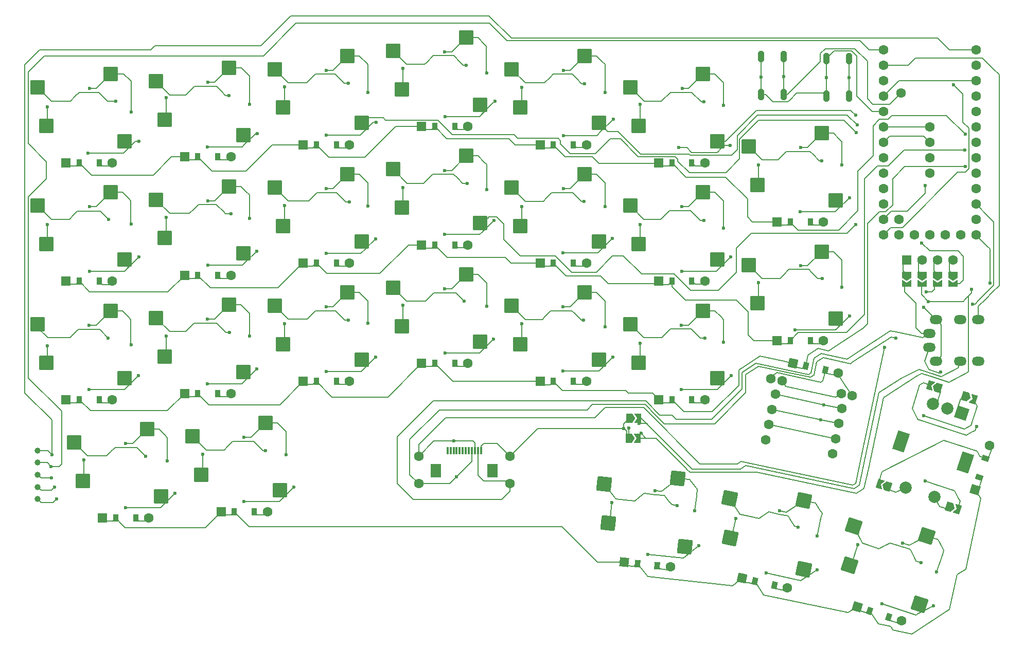
<source format=gbr>
%TF.GenerationSoftware,KiCad,Pcbnew,8.0.3+1*%
%TF.CreationDate,2024-08-06T22:55:28-04:00*%
%TF.ProjectId,iyada_flip,69796164-615f-4666-9c69-702e6b696361,rev?*%
%TF.SameCoordinates,Original*%
%TF.FileFunction,Copper,L1,Top*%
%TF.FilePolarity,Positive*%
%FSLAX46Y46*%
G04 Gerber Fmt 4.6, Leading zero omitted, Abs format (unit mm)*
G04 Created by KiCad (PCBNEW 8.0.3+1) date 2024-08-06 22:55:28*
%MOMM*%
%LPD*%
G01*
G04 APERTURE LIST*
G04 Aperture macros list*
%AMRoundRect*
0 Rectangle with rounded corners*
0 $1 Rounding radius*
0 $2 $3 $4 $5 $6 $7 $8 $9 X,Y pos of 4 corners*
0 Add a 4 corners polygon primitive as box body*
4,1,4,$2,$3,$4,$5,$6,$7,$8,$9,$2,$3,0*
0 Add four circle primitives for the rounded corners*
1,1,$1+$1,$2,$3*
1,1,$1+$1,$4,$5*
1,1,$1+$1,$6,$7*
1,1,$1+$1,$8,$9*
0 Add four rect primitives between the rounded corners*
20,1,$1+$1,$2,$3,$4,$5,0*
20,1,$1+$1,$4,$5,$6,$7,0*
20,1,$1+$1,$6,$7,$8,$9,0*
20,1,$1+$1,$8,$9,$2,$3,0*%
%AMRotRect*
0 Rectangle, with rotation*
0 The origin of the aperture is its center*
0 $1 length*
0 $2 width*
0 $3 Rotation angle, in degrees counterclockwise*
0 Add horizontal line*
21,1,$1,$2,0,0,$3*%
%AMOutline5P*
0 Free polygon, 5 corners , with rotation*
0 The origin of the aperture is its center*
0 number of corners: always 5*
0 $1 to $10 corner X, Y*
0 $11 Rotation angle, in degrees counterclockwise*
0 create outline with 5 corners*
4,1,5,$1,$2,$3,$4,$5,$6,$7,$8,$9,$10,$1,$2,$11*%
%AMOutline6P*
0 Free polygon, 6 corners , with rotation*
0 The origin of the aperture is its center*
0 number of corners: always 6*
0 $1 to $12 corner X, Y*
0 $13 Rotation angle, in degrees counterclockwise*
0 create outline with 6 corners*
4,1,6,$1,$2,$3,$4,$5,$6,$7,$8,$9,$10,$11,$12,$1,$2,$13*%
%AMOutline7P*
0 Free polygon, 7 corners , with rotation*
0 The origin of the aperture is its center*
0 number of corners: always 7*
0 $1 to $14 corner X, Y*
0 $15 Rotation angle, in degrees counterclockwise*
0 create outline with 7 corners*
4,1,7,$1,$2,$3,$4,$5,$6,$7,$8,$9,$10,$11,$12,$13,$14,$1,$2,$15*%
%AMOutline8P*
0 Free polygon, 8 corners , with rotation*
0 The origin of the aperture is its center*
0 number of corners: always 8*
0 $1 to $16 corner X, Y*
0 $17 Rotation angle, in degrees counterclockwise*
0 create outline with 8 corners*
4,1,8,$1,$2,$3,$4,$5,$6,$7,$8,$9,$10,$11,$12,$13,$14,$15,$16,$1,$2,$17*%
%AMFreePoly0*
4,1,6,1.000000,0.000000,0.500000,-0.750000,-0.500000,-0.750000,-0.500000,0.750000,0.500000,0.750000,1.000000,0.000000,1.000000,0.000000,$1*%
%AMFreePoly1*
4,1,6,0.500000,-0.750000,-0.650000,-0.750000,-0.150000,0.000001,-0.650000,0.750000,0.500000,0.750000,0.500000,-0.750000,0.500000,-0.750000,$1*%
G04 Aperture macros list end*
%TA.AperFunction,ComponentPad*%
%ADD10RotRect,1.500000X1.500000X348.000000*%
%TD*%
%TA.AperFunction,SMDPad,CuDef*%
%ADD11RotRect,0.900000X1.200000X348.000000*%
%TD*%
%TA.AperFunction,ComponentPad*%
%ADD12C,1.600000*%
%TD*%
%TA.AperFunction,ComponentPad*%
%ADD13O,2.100000X1.500000*%
%TD*%
%TA.AperFunction,ComponentPad*%
%ADD14RotRect,1.500000X1.500000X72.000000*%
%TD*%
%TA.AperFunction,SMDPad,CuDef*%
%ADD15RotRect,0.900000X1.200000X72.000000*%
%TD*%
%TA.AperFunction,ComponentPad*%
%ADD16RotRect,2.000000X2.000000X252.000000*%
%TD*%
%TA.AperFunction,ComponentPad*%
%ADD17C,2.000000*%
%TD*%
%TA.AperFunction,ComponentPad*%
%ADD18RotRect,3.200000X2.000000X252.000000*%
%TD*%
%TA.AperFunction,ComponentPad*%
%ADD19R,1.500000X1.500000*%
%TD*%
%TA.AperFunction,SMDPad,CuDef*%
%ADD20R,0.900000X1.200000*%
%TD*%
%TA.AperFunction,SMDPad,CuDef*%
%ADD21FreePoly0,162.000000*%
%TD*%
%TA.AperFunction,SMDPad,CuDef*%
%ADD22FreePoly1,162.000000*%
%TD*%
%TA.AperFunction,ComponentPad*%
%ADD23RotRect,1.500000X1.500000X342.000000*%
%TD*%
%TA.AperFunction,SMDPad,CuDef*%
%ADD24RotRect,0.900000X1.200000X342.000000*%
%TD*%
%TA.AperFunction,SMDPad,CuDef*%
%ADD25FreePoly0,270.000000*%
%TD*%
%TA.AperFunction,SMDPad,CuDef*%
%ADD26FreePoly1,270.000000*%
%TD*%
%TA.AperFunction,ComponentPad*%
%ADD27R,1.600000X1.600000*%
%TD*%
%TA.AperFunction,SMDPad,CuDef*%
%ADD28FreePoly0,342.000000*%
%TD*%
%TA.AperFunction,SMDPad,CuDef*%
%ADD29FreePoly1,342.000000*%
%TD*%
%TA.AperFunction,SMDPad,CuDef*%
%ADD30C,1.000000*%
%TD*%
%TA.AperFunction,SMDPad,CuDef*%
%ADD31R,0.300000X1.300000*%
%TD*%
%TA.AperFunction,SMDPad,CuDef*%
%ADD32R,1.800000X2.200000*%
%TD*%
%TA.AperFunction,SMDPad,CuDef*%
%ADD33Outline8P,-0.900000X0.275000X-0.625000X0.550000X0.625000X0.550000X0.900000X0.275000X0.900000X-0.275000X0.625000X-0.550000X-0.625000X-0.550000X-0.900000X-0.275000X270.000000*%
%TD*%
%TA.AperFunction,ComponentPad*%
%ADD34RotRect,1.500000X1.500000X354.000000*%
%TD*%
%TA.AperFunction,SMDPad,CuDef*%
%ADD35RotRect,0.900000X1.200000X354.000000*%
%TD*%
%TA.AperFunction,SMDPad,CuDef*%
%ADD36FreePoly0,0.000000*%
%TD*%
%TA.AperFunction,SMDPad,CuDef*%
%ADD37FreePoly1,0.000000*%
%TD*%
%TA.AperFunction,SMDPad,CuDef*%
%ADD38RoundRect,0.240000X-0.960000X-0.960000X0.960000X-0.960000X0.960000X0.960000X-0.960000X0.960000X0*%
%TD*%
%TA.AperFunction,SMDPad,CuDef*%
%ADD39RoundRect,0.240000X0.960000X0.960000X-0.960000X0.960000X-0.960000X-0.960000X0.960000X-0.960000X0*%
%TD*%
%TA.AperFunction,SMDPad,CuDef*%
%ADD40RoundRect,0.240000X1.138617X0.739426X-0.739426X1.138617X-1.138617X-0.739426X0.739426X-1.138617X0*%
%TD*%
%TA.AperFunction,SMDPad,CuDef*%
%ADD41RoundRect,0.240000X1.055088X0.854394X-0.854394X1.055088X-1.055088X-0.854394X0.854394X-1.055088X0*%
%TD*%
%TA.AperFunction,SMDPad,CuDef*%
%ADD42RoundRect,0.240000X1.209671X0.616358X-0.616358X1.209671X-1.209671X-0.616358X0.616358X-1.209671X0*%
%TD*%
%TA.AperFunction,SMDPad,CuDef*%
%ADD43RoundRect,0.240000X-1.138617X-0.739426X0.739426X-1.138617X1.138617X0.739426X-0.739426X1.138617X0*%
%TD*%
%TA.AperFunction,SMDPad,CuDef*%
%ADD44RoundRect,0.240000X-1.055088X-0.854394X0.854394X-1.055088X1.055088X0.854394X-0.854394X1.055088X0*%
%TD*%
%TA.AperFunction,SMDPad,CuDef*%
%ADD45RoundRect,0.240000X-1.209671X-0.616358X0.616358X-1.209671X1.209671X0.616358X-0.616358X1.209671X0*%
%TD*%
%TA.AperFunction,ViaPad*%
%ADD46C,0.600000*%
%TD*%
%TA.AperFunction,Conductor*%
%ADD47C,0.180000*%
%TD*%
G04 APERTURE END LIST*
D10*
%TO.P,D14,1*%
%TO.N,P18*%
X189776353Y-138240464D03*
D11*
X191889155Y-138689554D03*
%TO.P,D14,2*%
%TO.N,ind-clu*%
X195117039Y-139375662D03*
D12*
X197229841Y-139824752D03*
%TD*%
D13*
%TO.P,,2*%
%TO.N,RX0*%
X221682842Y-95618033D03*
%TD*%
%TO.P,,4*%
%TO.N,TX*%
X228682848Y-95618031D03*
%TD*%
D14*
%TO.P,D14,1*%
%TO.N,P18*%
X228140803Y-123641360D03*
D15*
X228808278Y-121587078D03*
%TO.P,D14,2*%
%TO.N,tri-clu*%
X229828034Y-118448592D03*
D12*
X230495509Y-116394310D03*
%TD*%
D16*
%TO.P,REF\u002A\u002A,A*%
%TO.N,E3*%
X225939028Y-111043394D03*
D17*
%TO.P,REF\u002A\u002A,B*%
%TO.N,E5*%
X221183734Y-109498305D03*
%TO.P,REF\u002A\u002A,C*%
%TO.N,GND*%
X223561389Y-110270852D03*
D18*
%TO.P,REF\u002A\u002A,MP*%
%TO.N,N/C*%
X215917843Y-115673273D03*
X226569674Y-119134271D03*
D17*
%TO.P,REF\u002A\u002A,S1*%
%TO.N,E2*%
X216702996Y-123288629D03*
%TO.P,REF\u002A\u002A,S2*%
%TO.N,E1*%
X221458296Y-124833714D03*
%TD*%
D19*
%TO.P,D14,1*%
%TO.N,P21*%
X78572010Y-69805017D03*
D20*
X80732005Y-69805019D03*
%TO.P,D14,2*%
%TO.N,fpi-top*%
X84032013Y-69805021D03*
D12*
X86192008Y-69805023D03*
%TD*%
D21*
%TO.P,REF\u002A\u002A,1*%
%TO.N,E5*%
X222142194Y-106869445D03*
D22*
%TO.P,REF\u002A\u002A,2*%
%TO.N,P15*%
X220763162Y-106421371D03*
%TD*%
D13*
%TO.P,,1*%
%TO.N,GND*%
X220582850Y-100218031D03*
%TD*%
D19*
%TO.P,D14,1*%
%TO.N,P20*%
X117572006Y-86305001D03*
D20*
X119732001Y-86305003D03*
%TO.P,D14,2*%
%TO.N,rin-mid*%
X123032009Y-86305005D03*
D12*
X125192004Y-86305007D03*
%TD*%
D19*
%TO.P,D14,1*%
%TO.N,P18*%
X84572007Y-128304999D03*
D20*
X86732002Y-128305001D03*
%TO.P,D14,2*%
%TO.N,fpi-clu*%
X90032010Y-128305003D03*
D12*
X92192005Y-128305005D03*
%TD*%
D23*
%TO.P,D14,1*%
%TO.N,P18*%
X208747130Y-142918491D03*
D24*
X210801408Y-143585963D03*
%TO.P,D14,2*%
%TO.N,fin-clu*%
X213939894Y-144605719D03*
D12*
X215994172Y-145273191D03*
%TD*%
D10*
%TO.P,D14,1*%
%TO.N,P19*%
X198145215Y-102804812D03*
D11*
X200258017Y-103253902D03*
%TO.P,D14,2*%
%TO.N,tri-bot*%
X203485901Y-103940010D03*
D12*
X205598703Y-104389100D03*
%TD*%
D25*
%TO.P,REF\u002A\u002A,1*%
%TO.N,OLEDD*%
X224504504Y-88223010D03*
D26*
%TO.P,REF\u002A\u002A,2*%
%TO.N,SDA*%
X224504504Y-89673010D03*
%TD*%
D12*
%TO.P,,3*%
%TO.N,DFU*%
X215921014Y-58285999D03*
%TD*%
%TO.P,,12*%
%TO.N,P30*%
X228284507Y-51213002D03*
%TD*%
%TO.P,,12*%
%TO.N,P26*%
X225744510Y-81692999D03*
%TD*%
%TO.P,REF\u002A\u002A,1*%
%TO.N,TX*%
X213043506Y-53753017D03*
%TO.P,REF\u002A\u002A,2*%
%TO.N,RX*%
X213043504Y-56293014D03*
%TO.P,REF\u002A\u002A,3*%
%TO.N,GND*%
X213043506Y-58833017D03*
%TO.P,REF\u002A\u002A,4*%
X213043505Y-61373017D03*
%TO.P,REF\u002A\u002A,5*%
%TO.N,SDA*%
X213043505Y-63913019D03*
%TO.P,REF\u002A\u002A,6*%
%TO.N,SCL*%
X213043500Y-66453007D03*
%TO.P,REF\u002A\u002A,7*%
%TO.N,P4*%
X213043500Y-68993021D03*
%TO.P,REF\u002A\u002A,8*%
%TO.N,P5*%
X213043504Y-71533005D03*
%TO.P,REF\u002A\u002A,9*%
%TO.N,P6*%
X213043512Y-74073017D03*
%TO.P,REF\u002A\u002A,10*%
%TO.N,P7*%
X213043506Y-76613020D03*
%TO.P,REF\u002A\u002A,11*%
%TO.N,P8*%
X213043504Y-79153016D03*
%TO.P,REF\u002A\u002A,12*%
%TO.N,P9*%
X213043506Y-81693017D03*
%TO.P,REF\u002A\u002A,13*%
%TO.N,P10*%
X228283506Y-81693017D03*
%TO.P,REF\u002A\u002A,14*%
%TO.N,P16*%
X228283508Y-79153020D03*
%TO.P,REF\u002A\u002A,15*%
%TO.N,P14*%
X228283506Y-76613017D03*
%TO.P,REF\u002A\u002A,16*%
%TO.N,P15*%
X228283507Y-74073017D03*
%TO.P,REF\u002A\u002A,17*%
%TO.N,P18*%
X228283507Y-71533015D03*
%TO.P,REF\u002A\u002A,18*%
%TO.N,P19*%
X228283512Y-68993027D03*
%TO.P,REF\u002A\u002A,19*%
%TO.N,P20*%
X228283512Y-66453013D03*
%TO.P,REF\u002A\u002A,20*%
%TO.N,P21*%
X228283508Y-63913029D03*
%TO.P,REF\u002A\u002A,21*%
%TO.N,3V*%
X228283500Y-61373017D03*
%TO.P,REF\u002A\u002A,22*%
%TO.N,RST*%
X228283506Y-58833014D03*
%TO.P,REF\u002A\u002A,23*%
%TO.N,GND*%
X228283508Y-56293018D03*
%TO.P,REF\u002A\u002A,24*%
%TO.N,5V*%
X228283506Y-53753017D03*
%TD*%
D27*
%TO.P,,1*%
%TO.N,OLEDA*%
X216896508Y-85762001D03*
%TD*%
D28*
%TO.P,REF\u002A\u002A,1*%
%TO.N,E3*%
X226488163Y-108276364D03*
D29*
%TO.P,REF\u002A\u002A,2*%
%TO.N,P14*%
X227867195Y-108724438D03*
%TD*%
D12*
%TO.P,,11*%
%TO.N,P25*%
X223204508Y-81692999D03*
%TD*%
D19*
%TO.P,D14,1*%
%TO.N,P21*%
X176072011Y-69805001D03*
D20*
X178232006Y-69805003D03*
%TO.P,D14,2*%
%TO.N,fin-top*%
X181532014Y-69805005D03*
D12*
X183692009Y-69805007D03*
%TD*%
%TO.P,,4*%
%TO.N,OLEDD*%
X224516501Y-85762007D03*
%TD*%
D19*
%TO.P,D14,1*%
%TO.N,P20*%
X78572006Y-89305007D03*
D20*
X80732001Y-89305009D03*
%TO.P,D14,2*%
%TO.N,fpi-mid*%
X84032009Y-89305011D03*
D12*
X86192004Y-89305013D03*
%TD*%
D13*
%TO.P,,4*%
%TO.N,TX*%
X228682851Y-102518032D03*
%TD*%
D28*
%TO.P,REF\u002A\u002A,1*%
%TO.N,E1*%
X223865703Y-126404526D03*
D29*
%TO.P,REF\u002A\u002A,2*%
%TO.N,RX*%
X225244735Y-126852600D03*
%TD*%
D19*
%TO.P,D14,1*%
%TO.N,P19*%
X156571998Y-105805002D03*
D20*
X158731993Y-105805004D03*
%TO.P,D14,2*%
%TO.N,ind-bot*%
X162032001Y-105805006D03*
D12*
X164191996Y-105805008D03*
%TD*%
%TO.P,,12*%
%TO.N,RX0*%
X215584520Y-79153000D03*
%TD*%
D30*
%TO.P,REF\u002A\u002A,1*%
%TO.N,P30*%
X73886004Y-117191007D03*
%TD*%
D19*
%TO.P,D14,1*%
%TO.N,P21*%
X156572012Y-66805001D03*
D20*
X158732007Y-66805003D03*
%TO.P,D14,2*%
%TO.N,ind-top*%
X162032015Y-66805005D03*
D12*
X164192010Y-66805007D03*
%TD*%
D19*
%TO.P,D14,1*%
%TO.N,P21*%
X137072005Y-63804999D03*
D20*
X139232000Y-63805001D03*
%TO.P,D14,2*%
%TO.N,mid-top*%
X142532008Y-63805003D03*
D12*
X144692003Y-63805005D03*
%TD*%
%TO.P,REF\u002A\u002A,A*%
%TO.N,P16*%
X195259349Y-107939792D03*
%TO.P,REF\u002A\u002A,B*%
%TO.N,P10*%
X194731256Y-110424280D03*
%TO.P,REF\u002A\u002A,C*%
%TO.N,GND*%
X194203161Y-112908781D03*
%TO.P,REF\u002A\u002A,D*%
%TO.N,N/C*%
X193675064Y-115393276D03*
%TO.P,REF\u002A\u002A,S1*%
%TO.N,tri-bot*%
X194558028Y-105347325D03*
%TO.P,REF\u002A\u002A,S2*%
%TO.N,RX*%
X196367601Y-105731964D03*
%TD*%
D30*
%TO.P,REF\u002A\u002A,1*%
%TO.N,5V*%
X73886007Y-125191002D03*
%TD*%
D13*
%TO.P,,3*%
%TO.N,5V*%
X225682846Y-95618030D03*
%TD*%
%TO.P,,3*%
%TO.N,5V*%
X225682850Y-102518032D03*
%TD*%
D19*
%TO.P,D14,1*%
%TO.N,P19*%
X117572008Y-105805002D03*
D20*
X119732003Y-105805004D03*
%TO.P,D14,2*%
%TO.N,rin-bot*%
X123032011Y-105805006D03*
D12*
X125192006Y-105805008D03*
%TD*%
D31*
%TO.P,REF\u002A\u002A,1*%
%TO.N,SCK*%
X141338001Y-117253008D03*
%TO.P,REF\u002A\u002A,2*%
%TO.N,MISO*%
X141838002Y-117253004D03*
%TO.P,REF\u002A\u002A,3*%
%TO.N,SS*%
X142338001Y-117253008D03*
%TO.P,REF\u002A\u002A,4*%
%TO.N,DR*%
X142837998Y-117253009D03*
%TO.P,REF\u002A\u002A,5*%
%TO.N,MOSI*%
X143337996Y-117253013D03*
%TO.P,REF\u002A\u002A,6*%
%TO.N,BTN2*%
X143838000Y-117253008D03*
%TO.P,REF\u002A\u002A,7*%
%TO.N,BTN3*%
X144337998Y-117253005D03*
%TO.P,REF\u002A\u002A,8*%
%TO.N,BTN1*%
X144838001Y-117253008D03*
%TO.P,REF\u002A\u002A,9*%
%TO.N,SCL*%
X145338001Y-117253008D03*
%TO.P,REF\u002A\u002A,10*%
%TO.N,SDA*%
X145838000Y-117253008D03*
%TO.P,REF\u002A\u002A,11*%
%TO.N,GND*%
X146338000Y-117253009D03*
%TO.P,REF\u002A\u002A,12*%
%TO.N,3VCi*%
X146838015Y-117253010D03*
D32*
%TO.P,REF\u002A\u002A,MP*%
%TO.N,N/C*%
X139438001Y-120503008D03*
X148738001Y-120503008D03*
%TD*%
D33*
%TO.P,B1,1*%
%TO.N,DFU*%
X196641015Y-52311003D03*
X196641021Y-58511005D03*
%TO.P,B1,2*%
%TO.N,GND*%
X192941003Y-52311007D03*
X192941009Y-58511009D03*
%TD*%
D19*
%TO.P,D14,1*%
%TO.N,P19*%
X78572006Y-108805003D03*
D20*
X80732001Y-108805005D03*
%TO.P,D14,2*%
%TO.N,fpi-bot*%
X84032009Y-108805007D03*
D12*
X86192004Y-108805009D03*
%TD*%
%TO.P,,2*%
%TO.N,OLEDB*%
X219436512Y-85762004D03*
%TD*%
D30*
%TO.P,REF\u002A\u002A,1*%
%TO.N,3V*%
X73886011Y-121191003D03*
%TD*%
D12*
%TO.P,,8*%
%TO.N,SDA*%
X220711002Y-63856001D03*
%TD*%
%TO.P,,7*%
%TO.N,SCL*%
X220711004Y-66396011D03*
%TD*%
D19*
%TO.P,D14,1*%
%TO.N,P20*%
X156572002Y-86305001D03*
D20*
X158731997Y-86305003D03*
%TO.P,D14,2*%
%TO.N,ind-mid*%
X162032005Y-86305005D03*
D12*
X164192000Y-86305007D03*
%TD*%
D19*
%TO.P,D14,1*%
%TO.N,P19*%
X98072004Y-107804998D03*
D20*
X100231999Y-107805000D03*
%TO.P,D14,2*%
%TO.N,pin-bot*%
X103532007Y-107805002D03*
D12*
X105692002Y-107805004D03*
%TD*%
D19*
%TO.P,D14,1*%
%TO.N,P18*%
X104072009Y-127304999D03*
D20*
X106232004Y-127305001D03*
%TO.P,D14,2*%
%TO.N,pin-clu*%
X109532012Y-127305003D03*
D12*
X111692007Y-127305005D03*
%TD*%
%TO.P,,8*%
%TO.N,P22*%
X215584512Y-81693007D03*
%TD*%
D34*
%TO.P,D14,1*%
%TO.N,P18*%
X170420532Y-135571061D03*
D35*
X172568701Y-135796843D03*
%TO.P,D14,2*%
%TO.N,mid-clu*%
X175850623Y-136141787D03*
D12*
X177998792Y-136367569D03*
%TD*%
D25*
%TO.P,REF\u002A\u002A,1*%
%TO.N,OLEDC*%
X221964510Y-88222999D03*
D26*
%TO.P,REF\u002A\u002A,2*%
%TO.N,SCL*%
X221964510Y-89672999D03*
%TD*%
D13*
%TO.P,,2*%
%TO.N,RX0*%
X221682842Y-102518031D03*
%TD*%
%TO.P,,1*%
%TO.N,GND*%
X220582856Y-97918025D03*
%TD*%
D19*
%TO.P,D14,1*%
%TO.N,P20*%
X195572014Y-99055009D03*
D20*
X197732009Y-99055011D03*
%TO.P,D14,2*%
%TO.N,tri-mid*%
X201032017Y-99055013D03*
D12*
X203192012Y-99055015D03*
%TD*%
D19*
%TO.P,D14,1*%
%TO.N,P20*%
X137072017Y-83305004D03*
D20*
X139232012Y-83305006D03*
%TO.P,D14,2*%
%TO.N,mid-mid*%
X142532020Y-83305008D03*
D12*
X144692015Y-83305010D03*
%TD*%
%TO.P,,5*%
%TO.N,GND*%
X151588011Y-122643005D03*
%TD*%
D21*
%TO.P,REF\u002A\u002A,1*%
%TO.N,E2*%
X213832063Y-123144391D03*
D22*
%TO.P,REF\u002A\u002A,2*%
%TO.N,tri-clu*%
X212453031Y-122696317D03*
%TD*%
D30*
%TO.P,REF\u002A\u002A,1*%
%TO.N,P29*%
X73885999Y-119190999D03*
%TD*%
D12*
%TO.P,,3*%
%TO.N,GND*%
X220711010Y-68935997D03*
%TD*%
%TO.P,,4*%
%TO.N,3V*%
X220711007Y-71476005D03*
%TD*%
%TO.P,,3*%
%TO.N,OLEDC*%
X221976507Y-85761994D03*
%TD*%
D30*
%TO.P,REF\u002A\u002A,1*%
%TO.N,GND*%
X73886006Y-123191009D03*
%TD*%
D19*
%TO.P,D14,1*%
%TO.N,P19*%
X137072009Y-102804996D03*
D20*
X139232004Y-102804998D03*
%TO.P,D14,2*%
%TO.N,mid-bot*%
X142532012Y-102805000D03*
D12*
X144692007Y-102805002D03*
%TD*%
%TO.P,,1*%
%TO.N,SCL*%
X136588001Y-122643000D03*
%TD*%
%TO.P,,9*%
%TO.N,P23*%
X218124506Y-81693004D03*
%TD*%
D36*
%TO.P,REF\u002A\u002A,1*%
%TO.N,3VCi*%
X171185003Y-115174008D03*
D37*
%TO.P,REF\u002A\u002A,2*%
%TO.N,3V*%
X172635003Y-115174008D03*
%TD*%
D12*
%TO.P,,12*%
%TO.N,P29*%
X213044503Y-51213009D03*
%TD*%
D19*
%TO.P,D14,1*%
%TO.N,P20*%
X98072004Y-88305001D03*
D20*
X100231999Y-88305003D03*
%TO.P,D14,2*%
%TO.N,pin-mid*%
X103532007Y-88305005D03*
D12*
X105692002Y-88305007D03*
%TD*%
D25*
%TO.P,REF\u002A\u002A,1*%
%TO.N,OLEDB*%
X219424506Y-88223009D03*
D26*
%TO.P,REF\u002A\u002A,2*%
%TO.N,3V*%
X219424506Y-89673009D03*
%TD*%
D19*
%TO.P,D14,1*%
%TO.N,P20*%
X176072008Y-89305000D03*
D20*
X178232003Y-89305002D03*
%TO.P,D14,2*%
%TO.N,fin-mid*%
X181532011Y-89305004D03*
D12*
X183692006Y-89305006D03*
%TD*%
%TO.P,,4*%
%TO.N,3VCi*%
X151588013Y-118103007D03*
%TD*%
D25*
%TO.P,REF\u002A\u002A,1*%
%TO.N,OLEDA*%
X216884510Y-88223010D03*
D26*
%TO.P,REF\u002A\u002A,2*%
%TO.N,GND*%
X216884510Y-89673010D03*
%TD*%
D36*
%TO.P,REF\u002A\u002A,1*%
%TO.N,3VCi*%
X171245005Y-111863999D03*
D37*
%TO.P,REF\u002A\u002A,2*%
%TO.N,5V*%
X172695005Y-111863999D03*
%TD*%
D33*
%TO.P,B1,1*%
%TO.N,RST*%
X207381015Y-52625995D03*
X207381021Y-58825997D03*
%TO.P,B1,2*%
%TO.N,GND*%
X203681003Y-52625999D03*
X203681009Y-58826001D03*
%TD*%
D12*
%TO.P,,2*%
%TO.N,SDA*%
X136588002Y-118103009D03*
%TD*%
D19*
%TO.P,D14,1*%
%TO.N,P19*%
X176072010Y-108804996D03*
D20*
X178232005Y-108804998D03*
%TO.P,D14,2*%
%TO.N,fin-bot*%
X181532013Y-108805000D03*
D12*
X183692008Y-108805002D03*
%TD*%
D19*
%TO.P,D14,1*%
%TO.N,P21*%
X195572010Y-79555009D03*
D20*
X197732005Y-79555011D03*
%TO.P,D14,2*%
%TO.N,tri-top*%
X201032013Y-79555013D03*
D12*
X203192008Y-79555015D03*
%TD*%
D19*
%TO.P,D14,1*%
%TO.N,P21*%
X117572000Y-66805006D03*
D20*
X119731995Y-66805008D03*
%TO.P,D14,2*%
%TO.N,rin-top*%
X123032003Y-66805010D03*
D12*
X125191998Y-66805012D03*
%TD*%
D19*
%TO.P,D14,1*%
%TO.N,P21*%
X98072007Y-68804995D03*
D20*
X100232002Y-68804997D03*
%TO.P,D14,2*%
%TO.N,pin-top*%
X103532010Y-68804999D03*
D12*
X105692005Y-68805001D03*
%TD*%
%TO.P,,10*%
%TO.N,P24*%
X220664509Y-81693011D03*
%TD*%
D38*
%TO.P,REF\u002A\u002A,1*%
%TO.N,fpi-bot*%
X75297000Y-102695009D03*
%TO.P,REF\u002A\u002A,2*%
%TO.N,P9*%
X88223999Y-105235009D03*
%TD*%
%TO.P,REF\u002A\u002A,1*%
%TO.N,fpi-top*%
X75297008Y-63694998D03*
%TO.P,REF\u002A\u002A,2*%
%TO.N,P9*%
X88224007Y-66234998D03*
%TD*%
%TO.P,REF\u002A\u002A,1*%
%TO.N,pin-bot*%
X94797011Y-101695001D03*
%TO.P,REF\u002A\u002A,2*%
%TO.N,P8*%
X107724010Y-104235001D03*
%TD*%
D39*
%TO.P,REF\u002A\u002A,1*%
%TO.N,mid-bot*%
X144382005Y-88155008D03*
%TO.P,REF\u002A\u002A,2*%
%TO.N,P6*%
X132382004Y-90355009D03*
%TD*%
D38*
%TO.P,REF\u002A\u002A,1*%
%TO.N,fin-mid*%
X172797000Y-83194999D03*
%TO.P,REF\u002A\u002A,2*%
%TO.N,P4*%
X185723999Y-85734999D03*
%TD*%
%TO.P,REF\u002A\u002A,1*%
%TO.N,rin-top*%
X114297008Y-60695008D03*
%TO.P,REF\u002A\u002A,2*%
%TO.N,P7*%
X127224007Y-63235008D03*
%TD*%
D39*
%TO.P,REF\u002A\u002A,1*%
%TO.N,fin-mid*%
X183382001Y-74654998D03*
%TO.P,REF\u002A\u002A,2*%
%TO.N,P4*%
X171382000Y-76854999D03*
%TD*%
%TO.P,REF\u002A\u002A,1*%
%TO.N,fin-bot*%
X183382005Y-94155000D03*
%TO.P,REF\u002A\u002A,2*%
%TO.N,P4*%
X171382004Y-96355001D03*
%TD*%
D38*
%TO.P,REF\u002A\u002A,1*%
%TO.N,ind-mid*%
X153297005Y-80195007D03*
%TO.P,REF\u002A\u002A,2*%
%TO.N,P5*%
X166224004Y-82735007D03*
%TD*%
D39*
%TO.P,REF\u002A\u002A,1*%
%TO.N,pin-clu*%
X111382010Y-112654999D03*
%TO.P,REF\u002A\u002A,2*%
%TO.N,P8*%
X99382009Y-114855000D03*
%TD*%
%TO.P,REF\u002A\u002A,1*%
%TO.N,fin-top*%
X183382010Y-55155003D03*
%TO.P,REF\u002A\u002A,2*%
%TO.N,P4*%
X171382009Y-57355004D03*
%TD*%
%TO.P,REF\u002A\u002A,1*%
%TO.N,mid-top*%
X144382008Y-49155015D03*
%TO.P,REF\u002A\u002A,2*%
%TO.N,P6*%
X132382007Y-51355016D03*
%TD*%
D38*
%TO.P,REF\u002A\u002A,1*%
%TO.N,mid-mid*%
X133797009Y-77195007D03*
%TO.P,REF\u002A\u002A,2*%
%TO.N,P6*%
X146724008Y-79735007D03*
%TD*%
D39*
%TO.P,REF\u002A\u002A,1*%
%TO.N,ind-bot*%
X163882004Y-91155000D03*
%TO.P,REF\u002A\u002A,2*%
%TO.N,P5*%
X151882003Y-93355001D03*
%TD*%
%TO.P,REF\u002A\u002A,1*%
%TO.N,rin-top*%
X124882009Y-52155007D03*
%TO.P,REF\u002A\u002A,2*%
%TO.N,P7*%
X112882008Y-54355008D03*
%TD*%
%TO.P,REF\u002A\u002A,1*%
%TO.N,pin-bot*%
X105382012Y-93155000D03*
%TO.P,REF\u002A\u002A,2*%
%TO.N,P8*%
X93382011Y-95355001D03*
%TD*%
D38*
%TO.P,REF\u002A\u002A,1*%
%TO.N,tri-mid*%
X192297007Y-92945007D03*
%TO.P,REF\u002A\u002A,2*%
%TO.N,RX*%
X205224006Y-95485007D03*
%TD*%
D40*
%TO.P,REF\u002A\u002A,1*%
%TO.N,ind-clu*%
X199972525Y-125430446D03*
%TO.P,REF\u002A\u002A,2*%
%TO.N,P5*%
X187777352Y-125087432D03*
%TD*%
D39*
%TO.P,REF\u002A\u002A,1*%
%TO.N,pin-top*%
X105382006Y-54155007D03*
%TO.P,REF\u002A\u002A,2*%
%TO.N,P8*%
X93382005Y-56355008D03*
%TD*%
%TO.P,REF\u002A\u002A,1*%
%TO.N,pin-mid*%
X105382011Y-73654996D03*
%TO.P,REF\u002A\u002A,2*%
%TO.N,P8*%
X93382010Y-75854997D03*
%TD*%
D38*
%TO.P,REF\u002A\u002A,1*%
%TO.N,mid-top*%
X133797007Y-57695016D03*
%TO.P,REF\u002A\u002A,2*%
%TO.N,P6*%
X146724006Y-60235016D03*
%TD*%
D41*
%TO.P,REF\u002A\u002A,1*%
%TO.N,mid-clu*%
X179221837Y-121765415D03*
%TO.P,REF\u002A\u002A,2*%
%TO.N,P6*%
X167057607Y-122699023D03*
%TD*%
D39*
%TO.P,REF\u002A\u002A,1*%
%TO.N,rin-mid*%
X124882004Y-71654998D03*
%TO.P,REF\u002A\u002A,2*%
%TO.N,P7*%
X112882003Y-73854999D03*
%TD*%
D38*
%TO.P,REF\u002A\u002A,1*%
%TO.N,pin-mid*%
X94797010Y-82194997D03*
%TO.P,REF\u002A\u002A,2*%
%TO.N,P8*%
X107724009Y-84734997D03*
%TD*%
%TO.P,REF\u002A\u002A,1*%
%TO.N,rin-mid*%
X114297003Y-80194999D03*
%TO.P,REF\u002A\u002A,2*%
%TO.N,P7*%
X127224002Y-82734999D03*
%TD*%
%TO.P,REF\u002A\u002A,1*%
%TO.N,ind-bot*%
X153297003Y-99695001D03*
%TO.P,REF\u002A\u002A,2*%
%TO.N,P5*%
X166224002Y-102235001D03*
%TD*%
%TO.P,REF\u002A\u002A,1*%
%TO.N,ind-top*%
X153297013Y-60694996D03*
%TO.P,REF\u002A\u002A,2*%
%TO.N,P5*%
X166224012Y-63234996D03*
%TD*%
D42*
%TO.P,REF\u002A\u002A,1*%
%TO.N,fin-clu*%
X220226440Y-131244430D03*
%TO.P,REF\u002A\u002A,2*%
%TO.N,P4*%
X208133929Y-129628550D03*
%TD*%
D39*
%TO.P,REF\u002A\u002A,1*%
%TO.N,tri-top*%
X202882013Y-64904996D03*
%TO.P,REF\u002A\u002A,2*%
%TO.N,RX*%
X190882012Y-67104997D03*
%TD*%
%TO.P,REF\u002A\u002A,1*%
%TO.N,fpi-mid*%
X85882008Y-74655005D03*
%TO.P,REF\u002A\u002A,2*%
%TO.N,P9*%
X73882007Y-76855006D03*
%TD*%
D43*
%TO.P,REF\u002A\u002A,1*%
%TO.N,ind-clu*%
X187843283Y-131583086D03*
%TO.P,REF\u002A\u002A,2*%
%TO.N,P5*%
X199959699Y-136755256D03*
%TD*%
D38*
%TO.P,REF\u002A\u002A,1*%
%TO.N,pin-clu*%
X100797009Y-121195000D03*
%TO.P,REF\u002A\u002A,2*%
%TO.N,P8*%
X113724008Y-123735000D03*
%TD*%
D39*
%TO.P,REF\u002A\u002A,1*%
%TO.N,tri-mid*%
X202882008Y-84405006D03*
%TO.P,REF\u002A\u002A,2*%
%TO.N,RX*%
X190882007Y-86605007D03*
%TD*%
%TO.P,REF\u002A\u002A,1*%
%TO.N,fpi-top*%
X85882009Y-55154997D03*
%TO.P,REF\u002A\u002A,2*%
%TO.N,P9*%
X73882008Y-57354998D03*
%TD*%
%TO.P,REF\u002A\u002A,1*%
%TO.N,rin-bot*%
X124882003Y-91155008D03*
%TO.P,REF\u002A\u002A,2*%
%TO.N,P7*%
X112882002Y-93355009D03*
%TD*%
D38*
%TO.P,REF\u002A\u002A,1*%
%TO.N,mid-bot*%
X133797004Y-96695009D03*
%TO.P,REF\u002A\u002A,2*%
%TO.N,P6*%
X146724003Y-99235009D03*
%TD*%
D39*
%TO.P,REF\u002A\u002A,1*%
%TO.N,ind-mid*%
X163882006Y-71655006D03*
%TO.P,REF\u002A\u002A,2*%
%TO.N,P5*%
X151882005Y-73855007D03*
%TD*%
%TO.P,REF\u002A\u002A,1*%
%TO.N,fpi-clu*%
X91882016Y-113655000D03*
%TO.P,REF\u002A\u002A,2*%
%TO.N,P9*%
X79882015Y-115855001D03*
%TD*%
D44*
%TO.P,REF\u002A\u002A,1*%
%TO.N,mid-clu*%
X167802146Y-129152200D03*
%TO.P,REF\u002A\u002A,2*%
%TO.N,P6*%
X180392827Y-133029528D03*
%TD*%
D39*
%TO.P,REF\u002A\u002A,1*%
%TO.N,fpi-bot*%
X85882001Y-94155008D03*
%TO.P,REF\u002A\u002A,2*%
%TO.N,P9*%
X73882000Y-96355009D03*
%TD*%
D45*
%TO.P,REF\u002A\u002A,1*%
%TO.N,fin-clu*%
X207520507Y-136095513D03*
%TO.P,REF\u002A\u002A,2*%
%TO.N,P4*%
X219029910Y-142505857D03*
%TD*%
D12*
%TO.P,REF\u002A\u002A,A*%
%TO.N,P16*%
X206251285Y-110276192D03*
%TO.P,REF\u002A\u002A,B*%
%TO.N,P10*%
X205723188Y-112760687D03*
%TO.P,REF\u002A\u002A,C*%
%TO.N,GND*%
X205195093Y-115245188D03*
%TO.P,REF\u002A\u002A,D*%
%TO.N,N/C*%
X204667000Y-117729676D03*
%TO.P,REF\u002A\u002A,S1*%
%TO.N,tri-bot*%
X207946430Y-108193114D03*
%TO.P,REF\u002A\u002A,S2*%
%TO.N,RX*%
X206136851Y-107808474D03*
%TD*%
D38*
%TO.P,REF\u002A\u002A,1*%
%TO.N,fin-bot*%
X172797004Y-102695001D03*
%TO.P,REF\u002A\u002A,2*%
%TO.N,P4*%
X185724003Y-105235001D03*
%TD*%
D39*
%TO.P,REF\u002A\u002A,1*%
%TO.N,mid-mid*%
X144382010Y-68655006D03*
%TO.P,REF\u002A\u002A,2*%
%TO.N,P6*%
X132382009Y-70855007D03*
%TD*%
%TO.P,REF\u002A\u002A,1*%
%TO.N,ind-top*%
X163882014Y-52154995D03*
%TO.P,REF\u002A\u002A,2*%
%TO.N,P5*%
X151882013Y-54354996D03*
%TD*%
D38*
%TO.P,REF\u002A\u002A,1*%
%TO.N,fin-top*%
X172797009Y-63695004D03*
%TO.P,REF\u002A\u002A,2*%
%TO.N,P4*%
X185724008Y-66235004D03*
%TD*%
%TO.P,REF\u002A\u002A,1*%
%TO.N,fpi-clu*%
X81297015Y-122195001D03*
%TO.P,REF\u002A\u002A,2*%
%TO.N,P9*%
X94224014Y-124735001D03*
%TD*%
%TO.P,REF\u002A\u002A,1*%
%TO.N,fpi-mid*%
X75297007Y-83195006D03*
%TO.P,REF\u002A\u002A,2*%
%TO.N,P9*%
X88224006Y-85735006D03*
%TD*%
%TO.P,REF\u002A\u002A,1*%
%TO.N,tri-top*%
X192297012Y-73444997D03*
%TO.P,REF\u002A\u002A,2*%
%TO.N,RX*%
X205224011Y-75984997D03*
%TD*%
%TO.P,REF\u002A\u002A,1*%
%TO.N,rin-bot*%
X114297002Y-99695009D03*
%TO.P,REF\u002A\u002A,2*%
%TO.N,P7*%
X127224001Y-102235009D03*
%TD*%
%TO.P,REF\u002A\u002A,1*%
%TO.N,pin-top*%
X94797005Y-62695008D03*
%TO.P,REF\u002A\u002A,2*%
%TO.N,P8*%
X107724004Y-65235008D03*
%TD*%
D46*
%TO.N,GND*%
X76709141Y-123191002D03*
X203681008Y-55747301D03*
X192941007Y-55642302D03*
X222498349Y-104289739D03*
%TO.N,5V*%
X77054139Y-125191000D03*
X172877765Y-112727301D03*
%TO.N,3V*%
X76132000Y-121738869D03*
X227537765Y-90587301D03*
X220463777Y-92639549D03*
X173172765Y-114347301D03*
%TO.N,RST*%
X207381003Y-55782302D03*
%TO.N,RX*%
X202906012Y-69446014D03*
X199395090Y-77857478D03*
X203031008Y-88841010D03*
X219946596Y-122239891D03*
X207444161Y-75523959D03*
X207449163Y-95018957D03*
X198467765Y-97352302D03*
%TO.N,SDA*%
X219378775Y-82979548D03*
X213274329Y-100222928D03*
X142335950Y-115611903D03*
%TO.N,SCL*%
X220073779Y-91044550D03*
X142835953Y-121526904D03*
X215129505Y-98669651D03*
%TO.N,P4*%
X219230922Y-135654232D03*
X187944172Y-85273958D03*
X179825083Y-107112480D03*
X179910086Y-87652477D03*
X183546003Y-79246009D03*
X212825339Y-142469858D03*
X187869161Y-66912302D03*
X208502765Y-61962301D03*
X187994167Y-104853947D03*
X183531007Y-59726007D03*
X221311056Y-142789192D03*
X179372765Y-67292301D03*
X183701007Y-98681011D03*
%TO.N,P5*%
X168539160Y-101828958D03*
X160345089Y-84617480D03*
X193787677Y-137395068D03*
X163781005Y-76181007D03*
X168632190Y-62559446D03*
X199044566Y-129790375D03*
X202170901Y-136837332D03*
X163851011Y-56721008D03*
X160380086Y-65287473D03*
X208747765Y-63567302D03*
X163731009Y-95705997D03*
X168454170Y-82243948D03*
X160300089Y-104107474D03*
%TO.N,P6*%
X174315096Y-134301995D03*
X148974165Y-79273953D03*
X208472765Y-79982301D03*
X140900090Y-62137474D03*
X148919166Y-98843967D03*
X149137193Y-59614447D03*
X144606009Y-73181005D03*
X179080929Y-126229467D03*
X140910091Y-101122478D03*
X144406003Y-53681011D03*
X182679161Y-132874924D03*
X144051005Y-92576004D03*
X140825083Y-81607473D03*
%TO.N,P7*%
X121380091Y-84712482D03*
X129509169Y-101808951D03*
X121390091Y-104187480D03*
X124991012Y-95691007D03*
X208617765Y-64767301D03*
X121350091Y-65227471D03*
X129624166Y-63098951D03*
X124991016Y-56651008D03*
X125146009Y-76211010D03*
X129499163Y-82303954D03*
%TO.N,P8*%
X105391010Y-58696007D03*
X107845089Y-125607474D03*
X219947765Y-73497301D03*
X101900087Y-86657480D03*
X105481005Y-97736001D03*
X109924165Y-103773956D03*
X109919167Y-84323952D03*
X116064164Y-123243957D03*
X105691005Y-78171003D03*
X110019162Y-64933961D03*
X111401012Y-117216009D03*
X101835086Y-67137477D03*
X101845091Y-106187489D03*
%TO.N,P9*%
X90519170Y-85283955D03*
X91671015Y-118161004D03*
X85481015Y-98640999D03*
X90454170Y-104863960D03*
X82405089Y-87652478D03*
X88330086Y-126607482D03*
X86761002Y-59621012D03*
X82310088Y-107152479D03*
X96494164Y-124228949D03*
X82215087Y-68207473D03*
X224622765Y-56932301D03*
X85541017Y-79136006D03*
X90534173Y-66238953D03*
%TO.N,P10*%
X202754788Y-112129737D03*
X230556073Y-89612349D03*
%TO.N,P16*%
X203241284Y-109636408D03*
%TO.N,P14*%
X219640433Y-111427411D03*
X227707847Y-93068031D03*
%TO.N,P15*%
X228354856Y-113194556D03*
%TO.N,P19*%
X226517765Y-70386005D03*
%TO.N,P20*%
X226477765Y-67692301D03*
%TO.N,P21*%
X226502765Y-65092302D03*
%TO.N,3VCi*%
X171185950Y-113521898D03*
X170310949Y-113536905D03*
%TO.N,tri-mid*%
X192516137Y-89533466D03*
X206248112Y-90317972D03*
X199445995Y-86771005D03*
%TO.N,fin-top*%
X173016144Y-60118458D03*
X179966003Y-57536006D03*
X186748111Y-60297973D03*
%TO.N,fin-mid*%
X186748116Y-80552970D03*
X179916008Y-77036001D03*
X173016139Y-79943462D03*
%TO.N,fin-bot*%
X179836007Y-96516010D03*
X186743112Y-99367967D03*
X173016135Y-99528461D03*
%TO.N,ind-top*%
X167248116Y-58167968D03*
X153516144Y-57323453D03*
X160421006Y-54521007D03*
%TO.N,ind-mid*%
X167253119Y-76972975D03*
X160386012Y-74036003D03*
X153516139Y-76968457D03*
%TO.N,ind-bot*%
X153516140Y-96288463D03*
X167248110Y-96787979D03*
X160356005Y-93521012D03*
%TO.N,mid-top*%
X147773115Y-54952971D03*
X140891014Y-51520999D03*
X134016140Y-54233458D03*
%TO.N,mid-mid*%
X147753119Y-74192969D03*
X134016143Y-73838450D03*
X140876003Y-71026005D03*
%TO.N,mid-bot*%
X147763117Y-93397963D03*
X140881004Y-90521013D03*
X134011140Y-93258465D03*
%TO.N,rin-top*%
X121391009Y-54536004D03*
X114516146Y-57228466D03*
X128253118Y-58227966D03*
%TO.N,rin-mid*%
X121386012Y-74026000D03*
X114521140Y-76813461D03*
X128243113Y-76937976D03*
%TO.N,rin-bot*%
X121381011Y-93521007D03*
X114516139Y-96338458D03*
X128248109Y-96212968D03*
%TO.N,pin-top*%
X95011143Y-59078462D03*
X101891005Y-56535997D03*
X108748109Y-60182976D03*
%TO.N,pin-mid*%
X101921012Y-76026009D03*
X108748109Y-78977967D03*
X95011134Y-78803466D03*
%TO.N,pin-bot*%
X108748107Y-98317973D03*
X95016142Y-98348461D03*
X101846010Y-95521012D03*
%TO.N,fpi-top*%
X89253113Y-61392976D03*
X82406015Y-57526000D03*
X75516133Y-60588462D03*
%TO.N,fpi-mid*%
X82426006Y-77036013D03*
X89248108Y-79887973D03*
X75516141Y-79938453D03*
%TO.N,fpi-bot*%
X82381010Y-96536017D03*
X89248114Y-99762964D03*
X75516144Y-99913469D03*
%TO.N,ind-clu*%
X195981922Y-127106802D03*
X188756725Y-128362684D03*
X202175210Y-131280820D03*
%TO.N,mid-clu*%
X175497871Y-123822373D03*
X168379856Y-125775873D03*
X182038478Y-127145594D03*
%TO.N,fin-clu*%
X208840265Y-132732822D03*
X216229856Y-132479942D03*
X221824589Y-137208775D03*
%TO.N,fpi-clu*%
X88341014Y-116031016D03*
X81521143Y-118773464D03*
X95248111Y-118872961D03*
%TO.N,pin-clu*%
X101016136Y-117783466D03*
X107866006Y-115031016D03*
X114748113Y-117872974D03*
%TO.N,tri-top*%
X206248112Y-70112969D03*
X192511140Y-70178462D03*
X199421007Y-67280998D03*
%TO.N,RX0*%
X219661206Y-93599528D03*
%TO.N,P29*%
X76097000Y-119818865D03*
%TO.N,P30*%
X76272002Y-117928870D03*
%TO.N,DFU*%
X196641000Y-55537301D03*
%TD*%
D47*
%TO.N,GND*%
X151181907Y-122236899D02*
X151588011Y-122643005D01*
X218416678Y-92902455D02*
X218416680Y-93404549D01*
X74453870Y-123758869D02*
X76141285Y-123758870D01*
X219841046Y-102501069D02*
X220540853Y-103874517D01*
X146337999Y-117253005D02*
X146338004Y-121293954D01*
X205195094Y-115245188D02*
X205195095Y-115245189D01*
X135651180Y-125220252D02*
X134536182Y-124105253D01*
X133022765Y-114962302D02*
X138950583Y-109034484D01*
X197673736Y-59433272D02*
X198801006Y-58306011D01*
X208697765Y-58833538D02*
X208697766Y-52202302D01*
X200701486Y-104655704D02*
X201102805Y-104395086D01*
X213043511Y-58833013D02*
X215583506Y-56293019D01*
X208697766Y-52202302D02*
X207837765Y-51342302D01*
X207837765Y-51342302D02*
X204964699Y-51342302D01*
X189814595Y-107031158D02*
X189814592Y-104349434D01*
X202785809Y-101196462D02*
X207032645Y-102099154D01*
X220540853Y-103874517D02*
X222233734Y-104424568D01*
X213043506Y-61373014D02*
X211237239Y-61373010D01*
X203681006Y-58826001D02*
X203681008Y-55747301D01*
X216566208Y-91051980D02*
X216566208Y-89991311D01*
X220582850Y-100218031D02*
X219841046Y-102501069D01*
X204728731Y-51578269D02*
X203681003Y-52625998D01*
X189824378Y-104303392D02*
X192097894Y-102826953D01*
X172594594Y-109034484D02*
X173959638Y-109034487D01*
X219547363Y-98591466D02*
X220582199Y-97919438D01*
X154767765Y-109034484D02*
X172594594Y-109034484D01*
X173959638Y-109034487D02*
X176254593Y-111329435D01*
X192941007Y-55642302D02*
X192941006Y-58511002D01*
X198801006Y-58306011D02*
X203191011Y-58305999D01*
X138950583Y-109034484D02*
X154767765Y-109034484D01*
X193656008Y-58511008D02*
X194622533Y-59477533D01*
X150261180Y-125220254D02*
X135651180Y-125220252D01*
X203681008Y-55747301D02*
X203681011Y-52626010D01*
X192941011Y-52311008D02*
X192941007Y-55642302D01*
X194892303Y-59747301D02*
X197359707Y-59747302D01*
X189814592Y-104349434D02*
X189824378Y-104303392D01*
X73886006Y-123191009D02*
X74453870Y-123758869D01*
X216884514Y-91370287D02*
X218416678Y-92902455D01*
X203681003Y-58796001D02*
X203681006Y-58826001D01*
X203191011Y-58305999D02*
X203681003Y-58796001D01*
X216884514Y-91370287D02*
X216566208Y-91051980D01*
X189362954Y-107482798D02*
X189814595Y-107031158D01*
X218416680Y-93404549D02*
X218416676Y-96998716D01*
X211237239Y-61373010D02*
X209184647Y-59320419D01*
X215195992Y-97666552D02*
X219547363Y-98591466D01*
X134536182Y-124105253D02*
X133022765Y-122591837D01*
X197359707Y-59747302D02*
X197673736Y-59433272D01*
X151588011Y-123893424D02*
X150261180Y-125220254D01*
X194203158Y-112908779D02*
X205195094Y-115245188D01*
X194622533Y-59477533D02*
X194892303Y-59747301D01*
X216566208Y-89991311D02*
X216884510Y-89673010D01*
X192097894Y-102826953D02*
X200701486Y-104655704D01*
X178236770Y-111329437D02*
X178939593Y-112032261D01*
X76141285Y-123758870D02*
X76709141Y-123191002D01*
X204964699Y-51342302D02*
X204728731Y-51578269D01*
X176254593Y-111329435D02*
X178236770Y-111329437D01*
X147280954Y-122236902D02*
X151181907Y-122236899D01*
X184813490Y-112032260D02*
X189362954Y-107482798D01*
X209184647Y-59320419D02*
X208697765Y-58833538D01*
X215583506Y-56293019D02*
X228283517Y-56293014D01*
X218416676Y-96998716D02*
X219337395Y-97919433D01*
X201622054Y-101952213D02*
X202785809Y-101196462D01*
X214188133Y-97452327D02*
X215195992Y-97666552D01*
X219337395Y-97919433D02*
X220582191Y-97919438D01*
X222233734Y-104424568D02*
X222498349Y-104289739D01*
X133022765Y-122591837D02*
X133022765Y-114962302D01*
X146338004Y-121293954D02*
X147280954Y-122236902D01*
X207032645Y-102099154D02*
X214188133Y-97452327D01*
X201102805Y-104395086D02*
X201622054Y-101952213D01*
X151588011Y-122643005D02*
X151588011Y-123893424D01*
X178939593Y-112032261D02*
X184813490Y-112032260D01*
X192941006Y-58511002D02*
X193656008Y-58511008D01*
%TO.N,5V*%
X73886007Y-125191002D02*
X74488877Y-125793869D01*
X208225897Y-123478534D02*
X209093229Y-122915286D01*
X76451272Y-125793872D02*
X77054139Y-125191000D01*
X181595405Y-120224486D02*
X189517529Y-120224484D01*
X212335612Y-107661069D02*
X216042051Y-105254084D01*
X218896260Y-103799789D02*
X221318784Y-104586919D01*
X181166178Y-119795257D02*
X181595405Y-120224486D01*
X225328126Y-103609756D02*
X225682850Y-102518032D01*
X209093229Y-122915286D02*
X212335612Y-107661069D01*
X216042051Y-105254084D02*
X218896260Y-103799789D01*
X221318784Y-104586919D02*
X221505486Y-104647582D01*
X172877765Y-112727301D02*
X174098219Y-112727301D01*
X172695009Y-111864002D02*
X173234928Y-111864003D01*
X74488877Y-125793869D02*
X76451272Y-125793872D01*
X222595921Y-105001885D02*
X225328126Y-103609756D01*
X174506177Y-113135259D02*
X181166178Y-119795257D01*
X189517529Y-120224484D02*
X190355773Y-119680120D01*
X190355773Y-119680120D02*
X208225897Y-123478534D01*
X221318784Y-104586919D02*
X222595921Y-105001885D01*
X173234928Y-111864003D02*
X174506177Y-113135259D01*
X174098219Y-112727301D02*
X174506177Y-113135259D01*
%TO.N,3V*%
X209647386Y-123566869D02*
X209896453Y-123405125D01*
X175625308Y-115174009D02*
X180603691Y-120152396D01*
X180603691Y-120152396D02*
X180669342Y-120218043D01*
X219338775Y-91514548D02*
X219338775Y-91074388D01*
X219376998Y-104471204D02*
X220750644Y-104917527D01*
X226531210Y-92262126D02*
X226531208Y-92262120D01*
X220750644Y-104917527D02*
X223855839Y-105926470D01*
X218620532Y-104856644D02*
X219376998Y-104471204D01*
X173172765Y-114347301D02*
X173172765Y-114349008D01*
X220463777Y-92639549D02*
X219338775Y-91514548D01*
X208592048Y-124252213D02*
X209002235Y-123985833D01*
X181220781Y-120769487D02*
X192207089Y-120769482D01*
X227072849Y-104197744D02*
X227072849Y-91720479D01*
X210583602Y-120172347D02*
X213073347Y-108459026D01*
X226153778Y-92639550D02*
X226531210Y-92262126D01*
X192207089Y-120769482D02*
X208592048Y-124252213D01*
X173172765Y-114349008D02*
X173997764Y-115174008D01*
X223855839Y-105926470D02*
X226890205Y-104380388D01*
X180669342Y-120218043D02*
X181220781Y-120769487D01*
X227537765Y-91255564D02*
X227072849Y-91720479D01*
X173997764Y-115174008D02*
X175625308Y-115174009D01*
X226531210Y-92262118D02*
X227072849Y-91720479D01*
X209896453Y-123405125D02*
X210583602Y-120172347D01*
X172635006Y-115174006D02*
X173997764Y-115174008D01*
X219338772Y-89758741D02*
X219424507Y-89673008D01*
X213073347Y-108459026D02*
X215297204Y-107014837D01*
X226531210Y-92262126D02*
X226531210Y-92262118D01*
X226890205Y-104380388D02*
X227072849Y-104197744D01*
X220463777Y-92639549D02*
X226153778Y-92639550D01*
X215297204Y-107014837D02*
X218620532Y-104856644D01*
X219338775Y-91074388D02*
X219338772Y-89758741D01*
X73886011Y-121191003D02*
X74433872Y-121738866D01*
X209002235Y-123985833D02*
X209647386Y-123566869D01*
X74433872Y-121738866D02*
X76132000Y-121738869D01*
X227537765Y-90587301D02*
X227537765Y-91255564D01*
%TO.N,RST*%
X207381003Y-58826001D02*
X207381003Y-55782302D01*
X207381003Y-55782302D02*
X207381003Y-52625998D01*
%TO.N,TX*%
X232122847Y-55260949D02*
X231128888Y-54266990D01*
X229930248Y-92200431D02*
X230957746Y-91172931D01*
X217099136Y-53753019D02*
X218357764Y-52494388D01*
X231128888Y-54266990D02*
X229356285Y-52494387D01*
X228682191Y-93448487D02*
X228682193Y-95619439D01*
X229356285Y-52494387D02*
X218357764Y-52494388D01*
X232122847Y-90007829D02*
X232122847Y-55260949D01*
X229876289Y-92254390D02*
X229930248Y-92200431D01*
X229930248Y-92200431D02*
X228682191Y-93448487D01*
X213043505Y-53753019D02*
X217099136Y-53753019D01*
X230957746Y-91172931D02*
X232122847Y-90007829D01*
%TO.N,RX*%
X196026009Y-88831002D02*
X196626012Y-88231007D01*
X198786005Y-67901006D02*
X200971011Y-67901007D01*
X196051009Y-68961012D02*
X197111011Y-67900999D01*
X225668239Y-125549169D02*
X225370189Y-124964205D01*
X193078010Y-69300998D02*
X194081018Y-69301008D01*
X205912058Y-95791989D02*
X205912060Y-96556987D01*
X201251008Y-87821007D02*
X202271004Y-88841007D01*
X224782719Y-123811246D02*
X221653746Y-122794577D01*
X206136850Y-107808482D02*
X205210975Y-108409744D01*
X193108005Y-88831002D02*
X194406006Y-88831002D01*
X197496003Y-87361010D02*
X199266012Y-87360999D01*
X194406006Y-88831002D02*
X196026009Y-88831002D01*
X190882011Y-67104997D02*
X193078010Y-69300998D01*
X205337255Y-97131792D02*
X205730834Y-96738221D01*
X205765826Y-77203230D02*
X205647061Y-77321987D01*
X197111011Y-67900999D02*
X198786005Y-67901006D01*
X205337255Y-97131792D02*
X205116745Y-97352302D01*
X207449159Y-95019881D02*
X207449163Y-95018957D01*
X205164627Y-97304416D02*
X205337255Y-97131792D01*
X205912065Y-77056989D02*
X205765826Y-77203230D01*
X221653746Y-122794577D02*
X219946596Y-122239891D01*
X205912060Y-76291996D02*
X205912065Y-77056989D01*
X225370189Y-124964205D02*
X224782719Y-123811246D01*
X205116745Y-97352302D02*
X198467765Y-97352302D01*
X205210975Y-108409744D02*
X196968863Y-106657832D01*
X200971011Y-67901007D02*
X201521001Y-68451007D01*
X196968863Y-106657832D02*
X196367598Y-105731968D01*
X199395090Y-77857478D02*
X205111576Y-77857481D01*
X202516011Y-69446001D02*
X202906012Y-69446014D01*
X200791007Y-87361000D02*
X201251008Y-87821007D01*
X195711010Y-69301004D02*
X196051009Y-68961012D01*
X206136843Y-107808486D02*
X206136848Y-107808478D01*
X194081018Y-69301008D02*
X195711010Y-69301004D01*
X205184627Y-77784414D02*
X205765826Y-77203230D01*
X190882007Y-86605005D02*
X193108005Y-88831002D01*
X205164627Y-97304416D02*
X207449159Y-95019881D01*
X205912060Y-96556987D02*
X205730834Y-96738221D01*
X202271004Y-88841007D02*
X203031008Y-88841010D01*
X205111576Y-77857481D02*
X205184627Y-77784414D01*
X225244726Y-126852598D02*
X225668239Y-125549169D01*
X205184627Y-77784414D02*
X207444168Y-75524884D01*
X199266012Y-87360999D02*
X200791007Y-87361000D01*
X201521001Y-68451007D02*
X202516011Y-69446001D01*
X196626012Y-88231007D02*
X197496003Y-87361010D01*
X207444168Y-75524884D02*
X207444161Y-75523959D01*
%TO.N,SDA*%
X224504504Y-89673010D02*
X225605319Y-89673012D01*
X226213775Y-85174554D02*
X225348779Y-84309553D01*
X145838003Y-115938949D02*
X145510951Y-115611898D01*
X189617453Y-119008656D02*
X189054129Y-119374483D01*
X225348779Y-84309553D02*
X220708777Y-84309553D01*
X213274329Y-100222928D02*
X213272096Y-100224375D01*
X189054129Y-119374483D02*
X184504594Y-119374485D01*
X220653991Y-63913015D02*
X220711002Y-63856001D01*
X140466424Y-112355961D02*
X141020083Y-111802302D01*
X142335950Y-115611903D02*
X139079107Y-115611904D01*
X208011899Y-122918515D02*
X189617453Y-119008656D01*
X213272096Y-100224375D02*
X209637150Y-117325447D01*
X226213776Y-89064554D02*
X226213775Y-85174554D01*
X184504594Y-119374485D02*
X182849640Y-119374488D01*
X225605319Y-89673012D02*
X226213776Y-89064554D01*
X145510951Y-115611898D02*
X142335950Y-115611903D01*
X173612459Y-110137302D02*
X167229945Y-110137302D01*
X208518194Y-122589721D02*
X208011899Y-122918515D01*
X139862899Y-112959487D02*
X140466424Y-112355961D01*
X136588002Y-118103009D02*
X136588005Y-116234382D01*
X145838006Y-117253007D02*
X145838003Y-115938949D01*
X136588005Y-116234382D02*
X139862899Y-112959487D01*
X182849640Y-119374488D02*
X173757611Y-110282455D01*
X139079107Y-115611904D02*
X136588002Y-118103009D01*
X141020083Y-111802302D02*
X165564948Y-111802302D01*
X220708777Y-84309553D02*
X219378775Y-82979548D01*
X209637150Y-117325447D02*
X208518194Y-122589721D01*
X167229945Y-110137302D02*
X166936356Y-110430893D01*
X165564948Y-111802302D02*
X166936356Y-110430893D01*
X213043504Y-63913013D02*
X220653991Y-63913015D01*
X173757611Y-110282455D02*
X173612459Y-110137302D01*
%TO.N,SCL*%
X213043501Y-66453008D02*
X213043502Y-66435530D01*
X139980783Y-110484284D02*
X135129596Y-115335471D01*
X141719855Y-122643003D02*
X136588001Y-122643000D01*
X145338003Y-119024850D02*
X142835953Y-121526904D01*
X214378796Y-98510082D02*
X207948010Y-102686284D01*
X214124593Y-65354435D02*
X219669430Y-65354438D01*
X164310783Y-110484283D02*
X139980783Y-110484284D01*
X213043502Y-66435530D02*
X214124593Y-65354435D01*
X175074592Y-110849435D02*
X174337612Y-110112455D01*
X142835953Y-121526904D02*
X141719855Y-122643003D01*
X220654020Y-66452998D02*
X220711004Y-66396011D01*
X190404594Y-104724224D02*
X190404595Y-107639435D01*
X219669430Y-65354438D02*
X220711004Y-66396011D01*
X165187765Y-109607302D02*
X164310783Y-110484283D01*
X190422478Y-104640086D02*
X190404594Y-104724224D01*
X173832459Y-109607302D02*
X165187765Y-109607302D01*
X202103709Y-102571079D02*
X201645137Y-104728489D01*
X177009595Y-112784436D02*
X175074592Y-110849435D01*
X184994591Y-112784436D02*
X177994596Y-112784435D01*
X135129596Y-115335471D02*
X135129595Y-116657302D01*
X192470622Y-103310006D02*
X190422478Y-104640086D01*
X221008775Y-91044553D02*
X221453777Y-90599558D01*
X190404595Y-107639435D02*
X185259594Y-112784438D01*
X207948010Y-102686284D02*
X207675217Y-102863437D01*
X201028383Y-105129012D02*
X196915272Y-104254743D01*
X221453779Y-90183735D02*
X221964508Y-89672994D01*
X174337612Y-110112455D02*
X173832459Y-109607302D01*
X135129595Y-116657302D02*
X135129594Y-121184590D01*
X135129594Y-121184590D02*
X136588001Y-122643000D01*
X203138441Y-101899116D02*
X202103709Y-102571079D01*
X185259594Y-112784438D02*
X184994591Y-112784436D01*
X220073779Y-91044550D02*
X221008775Y-91044553D01*
X194552837Y-103752595D02*
X192470622Y-103310006D01*
X196915272Y-104254743D02*
X194552837Y-103752595D01*
X207675217Y-102863437D02*
X203138441Y-101899116D01*
X221453777Y-90599558D02*
X221453779Y-90183735D01*
X201645137Y-104728489D02*
X201028383Y-105129012D01*
X145338002Y-117253007D02*
X145338003Y-119024850D01*
X215129505Y-98669651D02*
X214378796Y-98510082D01*
X177994596Y-112784435D02*
X177009595Y-112784436D01*
%TO.N,P4*%
X219481018Y-143722393D02*
X219284158Y-143822696D01*
X218479354Y-144232767D02*
X221310777Y-142790079D01*
X185736574Y-107112473D02*
X186395830Y-106453219D01*
X186442064Y-67336986D02*
X186245827Y-67533218D01*
X214156496Y-132426630D02*
X216142736Y-133071994D01*
X186532055Y-105551981D02*
X186532063Y-106316981D01*
X186245827Y-67533218D02*
X186245828Y-67402287D01*
X171382004Y-76855008D02*
X173628000Y-79101008D01*
X186830264Y-66212302D02*
X186695265Y-66212303D01*
X186442066Y-66571989D02*
X186442064Y-67336986D01*
X186377065Y-86841981D02*
X186238328Y-86980718D01*
X187994166Y-104854872D02*
X187994167Y-104853947D01*
X219717422Y-142994822D02*
X219481018Y-143722393D01*
X177981011Y-58166015D02*
X181531005Y-58166002D01*
X185884756Y-67894292D02*
X186245827Y-67533218D01*
X186975264Y-66217302D02*
X186840264Y-66217301D01*
X189857765Y-63457302D02*
X192067765Y-61247301D01*
X187097765Y-66217303D02*
X186962765Y-66217302D01*
X176996011Y-98181010D02*
X178046011Y-97131008D01*
X186866743Y-66912303D02*
X187869161Y-66912302D01*
X185997127Y-87221917D02*
X186238328Y-86980718D01*
X185671747Y-68107302D02*
X181512765Y-68107302D01*
X210390490Y-132734492D02*
X212321133Y-133361803D01*
X189857765Y-63457302D02*
X188057765Y-65257301D01*
X171382013Y-96355011D02*
X173628010Y-98601010D01*
X176576010Y-98600998D02*
X176996011Y-98181010D01*
X182961005Y-98681006D02*
X183701007Y-98681011D01*
X192192764Y-61122302D02*
X194157765Y-61122301D01*
X177871010Y-77666004D02*
X179666006Y-77666015D01*
X173628010Y-98601010D02*
X174771004Y-98601000D01*
X179916010Y-97130998D02*
X181411003Y-97131001D01*
X207662765Y-61122301D02*
X208502765Y-61962301D01*
X213278795Y-132873840D02*
X214156496Y-132426630D01*
X178046011Y-97131008D02*
X179916010Y-97130998D01*
X179666006Y-77666015D02*
X181321005Y-77666002D01*
X188057765Y-65257301D02*
X187097765Y-66217303D01*
X176436013Y-79101010D02*
X176946018Y-78591005D01*
X217463217Y-133501043D02*
X218070948Y-134693782D01*
X179372765Y-67292301D02*
X180697765Y-67292301D01*
X173668009Y-59641011D02*
X176506014Y-59640997D01*
X219284158Y-143822696D02*
X219147096Y-143892529D01*
X181531005Y-58166002D02*
X183091007Y-59726006D01*
X193209418Y-61122301D02*
X192627765Y-61122302D01*
X187944165Y-85274885D02*
X187944172Y-85273958D01*
X176946018Y-78591005D02*
X177871010Y-77666004D01*
X218070948Y-134693782D02*
X218427280Y-135393111D01*
X221310777Y-142790079D02*
X221311056Y-142789192D01*
X218427280Y-135393111D02*
X219230922Y-135654232D01*
X185884756Y-67894292D02*
X185671747Y-68107302D01*
X208133934Y-129628548D02*
X209582764Y-132472047D01*
X182016008Y-78361010D02*
X182901012Y-79246007D01*
X181411003Y-97131001D02*
X182060999Y-97781007D01*
X186245827Y-67533218D02*
X186866743Y-66912303D01*
X182901012Y-79246007D02*
X183546003Y-79246009D01*
X179825083Y-107112480D02*
X185736574Y-107112473D01*
X182060999Y-97781007D02*
X182961005Y-98681006D01*
X171382003Y-57355013D02*
X173668009Y-59641011D01*
X181321005Y-77666002D02*
X182016008Y-78361010D01*
X173628000Y-79101008D02*
X174841009Y-79101005D01*
X218390436Y-144278071D02*
X218479354Y-144232767D01*
X185736574Y-107112473D02*
X187994166Y-104854872D01*
X186238328Y-86980718D02*
X186112063Y-87106989D01*
X192067765Y-61247301D02*
X192192764Y-61122302D01*
X179910086Y-87652477D02*
X185566566Y-87652471D01*
X194157765Y-61122301D02*
X193209418Y-61122301D01*
X185566566Y-87652471D02*
X185997127Y-87221917D01*
X212321133Y-133361803D02*
X213278795Y-132873840D01*
X194157765Y-61122301D02*
X207662765Y-61122301D01*
X218479354Y-144232767D02*
X219284158Y-143822696D01*
X185997127Y-87221917D02*
X187944165Y-85274885D01*
X174771004Y-98601000D02*
X176576010Y-98600998D01*
X212825339Y-142469858D02*
X218390436Y-144278071D01*
X186532063Y-106316981D02*
X186395830Y-106453219D01*
X180697765Y-67292301D02*
X181512765Y-68107302D01*
X174841009Y-79101005D02*
X176436013Y-79101010D01*
X176506014Y-59640997D02*
X177981011Y-58166015D01*
X216142736Y-133071994D02*
X217463217Y-133501043D01*
X209582764Y-132472047D02*
X210390490Y-132734492D01*
X186377057Y-86076979D02*
X186377065Y-86841981D01*
X183091007Y-59726006D02*
X183531007Y-59726007D01*
%TO.N,P5*%
X199457491Y-138600232D02*
X202170711Y-136838239D01*
X157656004Y-75556006D02*
X158496001Y-74716000D01*
X168539162Y-101829883D02*
X168539160Y-101828958D01*
X158731002Y-55161005D02*
X160631007Y-55161015D01*
X166261569Y-104107481D02*
X166509628Y-103859412D01*
X190709292Y-127977779D02*
X192562881Y-128371775D01*
X166687128Y-84011907D02*
X166882057Y-83816989D01*
X167270264Y-64229803D02*
X167115265Y-64074801D01*
X160631007Y-55161015D02*
X161821008Y-55161001D01*
X193114403Y-128013603D02*
X194173766Y-127325643D01*
X159971009Y-74716005D02*
X161911010Y-74716016D01*
X167687765Y-64642302D02*
X167532764Y-64487303D01*
X154128013Y-56601007D02*
X156301010Y-56601001D01*
X208747765Y-63567302D02*
X207092765Y-61912302D01*
X166081563Y-84617478D02*
X166687128Y-84011907D01*
X157291007Y-56601005D02*
X158186012Y-55706005D01*
X187777346Y-125087427D02*
X189485424Y-127717632D01*
X163376011Y-76181007D02*
X163781005Y-76181007D01*
X166882057Y-83816989D02*
X166882065Y-83051993D01*
X154138010Y-76111011D02*
X155986011Y-76111012D01*
X168454167Y-82244879D02*
X168454170Y-82243948D01*
X159981007Y-94166016D02*
X161806013Y-94166005D01*
X151882012Y-73855004D02*
X154138010Y-76111011D01*
X166509628Y-103859412D02*
X168539162Y-101829883D01*
X162181005Y-94541001D02*
X163346013Y-95706012D01*
X163346013Y-95706012D02*
X163731009Y-95705997D01*
X166970830Y-103398215D02*
X166802058Y-103566990D01*
X197678700Y-128472606D02*
X198452791Y-129664611D01*
X167410265Y-64364802D02*
X167255265Y-64209801D01*
X168369170Y-62819876D02*
X168371752Y-62819886D01*
X151882011Y-93355009D02*
X154113009Y-95586005D01*
X163381014Y-56720995D02*
X163851011Y-56721008D01*
X155986011Y-76111012D02*
X157101016Y-76111000D01*
X188067765Y-68487302D02*
X181252765Y-68487302D01*
X194173766Y-127325643D02*
X195887300Y-127689877D01*
X168369170Y-62819876D02*
X168369170Y-62818958D01*
X161911010Y-74716016D02*
X162251016Y-75056003D01*
X188992764Y-67562302D02*
X188067765Y-68487302D01*
X188992765Y-65287301D02*
X188992764Y-67562302D01*
X189485424Y-127717632D02*
X190709292Y-127977779D01*
X192562881Y-128371775D02*
X193114403Y-128013603D01*
X160380086Y-65287473D02*
X165901566Y-65287483D01*
X160345089Y-84617480D02*
X166081563Y-84617478D01*
X202170711Y-136838239D02*
X202170901Y-136837332D01*
X168371752Y-62819886D02*
X168632190Y-62559446D01*
X161806013Y-94166005D02*
X162181005Y-94541001D01*
X200436563Y-137964405D02*
X200595614Y-137216124D01*
X161821008Y-55161001D02*
X162491005Y-55831003D01*
X166687128Y-84011907D02*
X168454167Y-82244879D01*
X156301010Y-56601001D02*
X157291007Y-56601005D01*
X207092765Y-61912302D02*
X192367765Y-61912303D01*
X157346024Y-95151007D02*
X158331010Y-94165997D01*
X157101016Y-76111000D02*
X157656004Y-75556006D01*
X199457491Y-138600232D02*
X200436563Y-137964405D01*
X151882014Y-54355008D02*
X154128013Y-56601007D01*
X197375862Y-128006273D02*
X197678700Y-128472606D01*
X154113009Y-95586005D02*
X155411010Y-95586006D01*
X166867061Y-64321990D02*
X166602060Y-64586986D01*
X158496001Y-74716000D02*
X159971009Y-74716005D01*
X162491005Y-55831003D02*
X163381014Y-56720995D01*
X166602060Y-64586986D02*
X168369170Y-62819876D01*
X156911003Y-95586008D02*
X157346024Y-95151007D01*
X181252765Y-68487302D02*
X181137764Y-68372302D01*
X195887300Y-127689877D02*
X197375862Y-128006273D01*
X167067069Y-103301978D02*
X166970830Y-103398215D01*
X155411010Y-95586006D02*
X156911003Y-95586008D01*
X193787677Y-137395068D02*
X199457491Y-138600232D01*
X158331010Y-94165997D02*
X159981007Y-94166016D01*
X167535265Y-64489802D02*
X167380264Y-64334803D01*
X173117765Y-68372301D02*
X169392765Y-64647303D01*
X162251016Y-75056003D02*
X163376011Y-76181007D01*
X165901566Y-65287483D02*
X166602060Y-64586986D01*
X158186012Y-55706005D02*
X158731002Y-55161005D01*
X198452791Y-129664611D02*
X199044566Y-129790375D01*
X166509628Y-103859412D02*
X166970830Y-103398215D01*
X169392765Y-64647303D02*
X167687765Y-64647301D01*
X192367765Y-61912303D02*
X188992765Y-65287301D01*
X160300089Y-104107474D02*
X166261569Y-104107481D01*
X166867065Y-63556984D02*
X166867061Y-64321990D01*
X167687765Y-64647301D02*
X167687765Y-64642302D01*
X181137764Y-68372302D02*
X173117765Y-68372301D01*
X167067058Y-102536990D02*
X167067069Y-103301978D01*
%TO.N,P6*%
X181327765Y-90827303D02*
X178626463Y-88125999D01*
X167057607Y-122699031D02*
X169050587Y-125160141D01*
X172145704Y-125485460D02*
X172904054Y-124871363D01*
X146767133Y-100996917D02*
X148919168Y-98844876D01*
X141481011Y-91226010D02*
X142701012Y-91225997D01*
X146606574Y-62137476D02*
X146684633Y-62059421D01*
X148919168Y-98844876D02*
X148919166Y-98843967D01*
X191307765Y-81387302D02*
X188867765Y-83827302D01*
X140910091Y-101122478D02*
X146641570Y-101122477D01*
X173667892Y-124252821D02*
X175577372Y-124453514D01*
X142371011Y-52141002D02*
X143426007Y-53196009D01*
X181017176Y-134221626D02*
X180872949Y-134338406D01*
X170509718Y-125313505D02*
X172145704Y-125485460D01*
X177019427Y-124605083D02*
X177807071Y-125577741D01*
X146636569Y-81607481D02*
X147057130Y-81186912D01*
X147492054Y-100271988D02*
X147492058Y-99506978D01*
X169050587Y-125160141D02*
X170509718Y-125313505D01*
X165822765Y-87802301D02*
X161767765Y-87802301D01*
X132382002Y-90355011D02*
X134628007Y-92601011D01*
X148757687Y-59993946D02*
X149137193Y-59614447D01*
X208472765Y-79982301D02*
X207067763Y-81387302D01*
X132382009Y-51355005D02*
X134588009Y-53561000D01*
X175577372Y-124453514D02*
X177019427Y-124605083D01*
X137886005Y-72646007D02*
X138871006Y-71661000D01*
X143426007Y-53196009D02*
X143911005Y-53681009D01*
X181097146Y-133460808D02*
X181017176Y-134221626D01*
X146767133Y-100996917D02*
X147492054Y-100271988D01*
X188867765Y-87817301D02*
X185857765Y-90827303D01*
X180159385Y-134916256D02*
X182679060Y-132875857D01*
X182679060Y-132875857D02*
X182679161Y-132874924D01*
X147402063Y-61341989D02*
X147137056Y-61606982D01*
X178626463Y-88125999D02*
X173261463Y-88125999D01*
X140966010Y-71661005D02*
X142331011Y-71661000D01*
X134588009Y-53561000D02*
X135926015Y-53561004D01*
X178265420Y-126143755D02*
X179080929Y-126229467D01*
X137371006Y-73161006D02*
X137886005Y-72646007D01*
X150597764Y-82417303D02*
X150597765Y-80332302D01*
X173261463Y-88125999D02*
X170267765Y-85132302D01*
X147407058Y-80836990D02*
X147320829Y-80923219D01*
X149437765Y-78682301D02*
X148772766Y-78682301D01*
X148002765Y-78837301D02*
X147782765Y-79057302D01*
X142331011Y-71661000D02*
X142951010Y-72281004D01*
X153297765Y-85117302D02*
X150597764Y-82417303D01*
X180872949Y-134338406D02*
X180725932Y-134457472D01*
X147882765Y-78957301D02*
X147662765Y-79177301D01*
X136541011Y-92601005D02*
X137706010Y-92601003D01*
X159082764Y-85117302D02*
X153297765Y-85117302D01*
X137891003Y-53246004D02*
X138996007Y-52141000D01*
X146684633Y-62059421D02*
X148750093Y-59993950D01*
X147057130Y-81186912D02*
X148970096Y-79273951D01*
X143911005Y-53681009D02*
X144406003Y-53681011D01*
X161767765Y-87802301D02*
X159082764Y-85117302D01*
X134628007Y-92601011D02*
X136541011Y-92601005D01*
X137706010Y-92601003D02*
X138231011Y-92076009D01*
X142701012Y-91225997D02*
X144051005Y-92576004D01*
X148750093Y-59993950D02*
X148757687Y-59993946D01*
X142951010Y-72281004D02*
X143851007Y-73180997D01*
X180159385Y-134916256D02*
X180872949Y-134338406D01*
X140825083Y-81607473D02*
X146636569Y-81607481D01*
X147057130Y-81186912D02*
X147320829Y-80923219D01*
X177807071Y-125577741D02*
X178265420Y-126143755D01*
X149997765Y-79242301D02*
X149437765Y-78682301D01*
X146684633Y-62059421D02*
X147137056Y-61606982D01*
X147402056Y-60576985D02*
X147402063Y-61341989D01*
X148970096Y-79273951D02*
X148974165Y-79273953D01*
X188867765Y-83827302D02*
X188867765Y-87817301D01*
X138996007Y-52141000D02*
X141216013Y-52141003D01*
X168492765Y-85132302D02*
X165822765Y-87802301D01*
X185857765Y-90827303D02*
X181327765Y-90827303D01*
X138871006Y-71661000D02*
X140966010Y-71661005D01*
X139081007Y-91225998D02*
X141481011Y-91226010D01*
X147407067Y-80071983D02*
X147407058Y-80836990D01*
X132382006Y-70855013D02*
X134688006Y-73161008D01*
X138231011Y-92076009D02*
X139081007Y-91225998D01*
X136206006Y-73161014D02*
X137371006Y-73161006D01*
X134688006Y-73161008D02*
X136206006Y-73161014D01*
X174315096Y-134301995D02*
X180159385Y-134916256D01*
X141216013Y-52141003D02*
X142371011Y-52141002D01*
X207067763Y-81387302D02*
X191307765Y-81387302D01*
X148157765Y-78682301D02*
X147937765Y-78902301D01*
X150597765Y-80332302D02*
X150597765Y-79842302D01*
X137576009Y-53561004D02*
X137891003Y-53246004D01*
X150597765Y-79842302D02*
X149997765Y-79242301D01*
X143851007Y-73180997D02*
X144606009Y-73181005D01*
X135926015Y-53561004D02*
X137576009Y-53561004D01*
X170267765Y-85132302D02*
X168492765Y-85132302D01*
X140900090Y-62137474D02*
X146606574Y-62137476D01*
X148772766Y-78682301D02*
X148157765Y-78682301D01*
X172904054Y-124871363D02*
X173667892Y-124252821D01*
X146641570Y-101122477D02*
X146767133Y-100996917D01*
%TO.N,P7*%
X127767132Y-84021913D02*
X127697062Y-84091984D01*
X112882010Y-54354998D02*
X115138007Y-56610997D01*
X129624166Y-63098951D02*
X129120102Y-63098951D01*
X165697765Y-68257302D02*
X168097765Y-65857302D01*
X122821000Y-55161007D02*
X123731009Y-56071003D01*
X169777765Y-65857302D02*
X172685465Y-68765001D01*
X115138007Y-56610997D02*
X116511007Y-56611007D01*
X128022055Y-102526991D02*
X128022064Y-103291992D01*
X118776009Y-55991004D02*
X119606002Y-55161000D01*
X127962062Y-83826987D02*
X127865826Y-83923227D01*
X144492765Y-65132301D02*
X144507765Y-65147302D01*
X127862057Y-64356992D02*
X127862059Y-63591977D01*
X127962060Y-83061986D02*
X127962062Y-83826987D01*
X172685465Y-68765001D02*
X178750463Y-68765001D01*
X121390091Y-104187480D02*
X127126569Y-104187478D01*
X118206006Y-95566005D02*
X118736011Y-95035997D01*
X131150069Y-62754605D02*
X131150069Y-62764997D01*
X127382132Y-103931918D02*
X127838326Y-103475722D01*
X187132765Y-71402301D02*
X189372765Y-69162302D01*
X179217765Y-69232301D02*
X179217765Y-69507303D01*
X116656008Y-76066006D02*
X118486002Y-76066007D01*
X115093001Y-76065997D02*
X116656008Y-76066006D01*
X178750463Y-68765001D02*
X179217765Y-69232301D01*
X122926009Y-94206003D02*
X123781005Y-95060998D01*
X127126569Y-104187478D02*
X127382132Y-103931918D01*
X159532765Y-65747302D02*
X159912765Y-66127302D01*
X159912765Y-66667302D02*
X161502765Y-68257302D01*
X128447765Y-62362302D02*
X128452764Y-62367302D01*
X112882009Y-73854998D02*
X115093001Y-76065997D01*
X206582765Y-62732302D02*
X208617765Y-64767301D01*
X121351008Y-55161009D02*
X122821000Y-55161007D01*
X127757126Y-64461912D02*
X127862057Y-64356992D01*
X118156004Y-56611009D02*
X118776009Y-55991004D01*
X142087765Y-65132301D02*
X144492765Y-65132301D01*
X152912765Y-65747302D02*
X159532765Y-65747302D01*
X118926005Y-75626003D02*
X119851009Y-74700998D01*
X126991570Y-65227484D02*
X127757126Y-64461912D01*
X119606002Y-55161000D02*
X121351008Y-55161009D01*
X131150069Y-62764997D02*
X139720460Y-62764998D01*
X127076572Y-84712477D02*
X127865826Y-83923227D01*
X123066015Y-74701007D02*
X124031009Y-75666007D01*
X124031009Y-75666007D02*
X124576006Y-76211002D01*
X115093007Y-95566009D02*
X116746008Y-95566003D01*
X159912765Y-66127302D02*
X159912765Y-66667302D01*
X129670815Y-63052301D02*
X129624166Y-63098951D01*
X116511007Y-56611007D02*
X118156004Y-56611009D01*
X124411001Y-95691002D02*
X124991012Y-95691007D01*
X189372765Y-69162302D02*
X189372765Y-65862301D01*
X181112765Y-71402302D02*
X187132765Y-71402301D01*
X127382132Y-103931918D02*
X129505100Y-101808959D01*
X119566010Y-94206003D02*
X121536012Y-94206008D01*
X123781005Y-95060998D02*
X124411001Y-95691002D01*
X127865826Y-83923227D02*
X127767132Y-84021913D01*
X112882009Y-93355004D02*
X115093007Y-95566009D01*
X139720460Y-62764998D02*
X142087765Y-65132301D01*
X179217765Y-69507303D02*
X181112765Y-71402302D01*
X168097765Y-65857302D02*
X169777765Y-65857302D01*
X118736011Y-95035997D02*
X119566010Y-94206003D01*
X152312765Y-65147301D02*
X152912765Y-65747302D01*
X121536012Y-94206008D02*
X122926009Y-94206003D01*
X161502765Y-68257302D02*
X165697765Y-68257302D01*
X189372765Y-65862301D02*
X192502765Y-62732302D01*
X127767132Y-84021913D02*
X129485090Y-82303946D01*
X116746008Y-95566003D02*
X118206006Y-95566005D01*
X118486002Y-76066007D02*
X118926005Y-75626003D01*
X124311001Y-56650999D02*
X124991016Y-56651008D01*
X123731009Y-56071003D02*
X124311001Y-56650999D01*
X121531009Y-74700994D02*
X123066015Y-74701007D01*
X130762764Y-62367303D02*
X131150069Y-62754605D01*
X144507765Y-65147302D02*
X152312765Y-65147301D01*
X129120102Y-63098951D02*
X127757126Y-64461912D01*
X128022064Y-103291992D02*
X127838326Y-103475722D01*
X129485090Y-82303946D02*
X129499163Y-82303954D01*
X127798597Y-62367297D02*
X128932765Y-62367302D01*
X124576006Y-76211002D02*
X125146009Y-76211010D01*
X121350091Y-65227471D02*
X126991570Y-65227484D01*
X121380091Y-84712482D02*
X127076572Y-84712477D01*
X129505100Y-101808959D02*
X129509169Y-101808951D01*
X128452764Y-62367302D02*
X130762764Y-62367303D01*
X192502765Y-62732302D02*
X206582765Y-62732302D01*
X119851009Y-74700998D02*
X121531009Y-74700994D01*
%TO.N,P8*%
X93382010Y-75854999D02*
X95638004Y-78111003D01*
X108082126Y-105616915D02*
X108412057Y-105286987D01*
X107511571Y-106187466D02*
X108082126Y-105616915D01*
X104586004Y-117106001D02*
X105126003Y-116565999D01*
X99591006Y-77411001D02*
X100346008Y-76656003D01*
X107581574Y-86657469D02*
X107994628Y-86244417D01*
X114034633Y-125269417D02*
X116060093Y-123243952D01*
X99382006Y-114855003D02*
X101633004Y-117106001D01*
X108412059Y-85061987D02*
X108412060Y-85826988D01*
X93382009Y-56355010D02*
X95638006Y-58611008D01*
X104821004Y-58696004D02*
X105391010Y-58696007D01*
X108412057Y-105286987D02*
X108412058Y-104521984D01*
X100346008Y-76656003D02*
X101996005Y-76656005D01*
X108285828Y-85953230D02*
X108147062Y-86091989D01*
X101996005Y-76656005D02*
X103296004Y-76656004D01*
X108082126Y-105616915D02*
X109924165Y-103774885D01*
X99636002Y-96226007D02*
X100916008Y-96225998D01*
X213043504Y-79026563D02*
X213043504Y-79153016D01*
X98891003Y-78111004D02*
X99591006Y-77411001D01*
X105126003Y-116565999D02*
X105986004Y-115705998D01*
X114502064Y-124801984D02*
X114385820Y-124918216D01*
X108412060Y-85826988D02*
X108285828Y-85953230D01*
X93382006Y-95355003D02*
X95622998Y-97596001D01*
X108431014Y-115706002D02*
X109466009Y-115706006D01*
X116060093Y-123243952D02*
X116064164Y-123243957D01*
X105986004Y-115705998D02*
X108431014Y-115706002D01*
X108337066Y-66351981D02*
X108337062Y-65586981D01*
X102451003Y-57201007D02*
X103326010Y-57201008D01*
X98695997Y-97166000D02*
X99636002Y-96226007D01*
X104091015Y-57966003D02*
X104821004Y-58696004D01*
X109466009Y-115706006D02*
X110366002Y-116606001D01*
X214322765Y-77747303D02*
X213043504Y-79026563D01*
X103121010Y-117106007D02*
X104586004Y-117106001D01*
X101900087Y-86657480D02*
X107581574Y-86657469D01*
X110976005Y-117216006D02*
X111401012Y-117216009D01*
X99716010Y-57201003D02*
X102451003Y-57201007D01*
X109924165Y-103774885D02*
X109924165Y-103773956D01*
X104506009Y-77865998D02*
X104811010Y-78171011D01*
X107551576Y-67137474D02*
X107844634Y-66844412D01*
X100916008Y-96225998D02*
X103371003Y-96226004D01*
X104541012Y-97396006D02*
X104881015Y-97736005D01*
X107845089Y-125607474D02*
X113696570Y-125607475D01*
X219947764Y-74752302D02*
X216952765Y-77747301D01*
X103371003Y-96226004D02*
X104541012Y-97396006D01*
X98306009Y-58611012D02*
X98766005Y-58150995D01*
X101633004Y-117106001D02*
X103121010Y-117106007D01*
X95622998Y-97596001D02*
X96571009Y-97596008D01*
X109755095Y-64933953D02*
X107844634Y-66844412D01*
X113696570Y-125607475D02*
X114034633Y-125269417D01*
X110019162Y-64933961D02*
X109755095Y-64933953D01*
X110366002Y-116606001D02*
X110976005Y-117216006D01*
X107844634Y-66844412D02*
X108337066Y-66351981D01*
X98266009Y-97596011D02*
X98695997Y-97166000D01*
X107994628Y-86244417D02*
X108285828Y-85953230D01*
X98766005Y-58150995D02*
X99716010Y-57201003D01*
X97271002Y-78111014D02*
X98891003Y-78111004D01*
X103326010Y-57201008D02*
X104091015Y-57966003D01*
X96771014Y-58611000D02*
X98306009Y-58611012D01*
X114034633Y-125269417D02*
X114385820Y-124918216D01*
X114385820Y-124918216D02*
X114237062Y-125066988D01*
X104811010Y-78171011D02*
X105691005Y-78171003D01*
X109915094Y-84323951D02*
X109919167Y-84323952D01*
X101845091Y-106187489D02*
X107511571Y-106187466D01*
X107994628Y-86244417D02*
X109915094Y-84323951D01*
X103296004Y-76656004D02*
X104506009Y-77865998D01*
X95638006Y-58611008D02*
X96771014Y-58611000D01*
X96571009Y-97596008D02*
X98266009Y-97596011D01*
X101835086Y-67137477D02*
X107551576Y-67137474D01*
X95638004Y-78111003D02*
X97271002Y-78111014D01*
X216952765Y-77747301D02*
X214322765Y-77747303D01*
X114502061Y-124036990D02*
X114502064Y-124801984D01*
X104881015Y-97736005D02*
X105481005Y-97736001D01*
X219947765Y-73497301D02*
X219947764Y-74752302D01*
%TO.N,P9*%
X94952065Y-125001979D02*
X94952064Y-125766988D01*
X88857062Y-67331982D02*
X88857057Y-66566986D01*
X89950098Y-66238950D02*
X88742129Y-67446918D01*
X83006002Y-77775999D02*
X84181008Y-77776004D01*
X83936010Y-58166001D02*
X85036006Y-59266014D01*
X90519169Y-85294880D02*
X90519170Y-85283955D01*
X75451004Y-98516004D02*
X75561009Y-98626010D01*
X85036006Y-59266014D02*
X85391001Y-59621010D01*
X88742129Y-67446918D02*
X88857062Y-67331982D01*
X226137765Y-58447302D02*
X224622765Y-56932301D01*
X80731007Y-58165996D02*
X82851008Y-58166012D01*
X214299222Y-80437303D02*
X216187764Y-80437302D01*
X76138016Y-59611002D02*
X77581006Y-59611009D01*
X82851008Y-58166012D02*
X83936010Y-58166001D01*
X85266001Y-118086005D02*
X85941013Y-117411005D01*
X225297765Y-71327302D02*
X226537765Y-71327301D01*
X88330086Y-126607482D02*
X94111563Y-126607480D01*
X79836010Y-78360998D02*
X80421006Y-77776009D01*
X84086009Y-97246012D02*
X85481015Y-98640999D01*
X89012060Y-86801985D02*
X88815821Y-86998217D01*
X226537765Y-71327301D02*
X227132765Y-70732302D01*
X78901013Y-98626002D02*
X79176010Y-98626006D01*
X89012067Y-86036983D02*
X89012060Y-86801985D01*
X94952064Y-125766988D02*
X94800825Y-125918223D01*
X94111563Y-126607480D02*
X94399632Y-126319415D01*
X82215087Y-68207473D02*
X87981573Y-68207476D01*
X90231005Y-116721004D02*
X91671015Y-118161004D01*
X227132765Y-64067302D02*
X226137765Y-63072301D01*
X73882002Y-96947000D02*
X75451004Y-98516004D01*
X82405089Y-87652478D02*
X88161572Y-87652477D01*
X88161568Y-107152484D02*
X88597134Y-106716913D01*
X96490096Y-124228953D02*
X96494164Y-124228949D01*
X88597134Y-106716913D02*
X88840827Y-106473224D01*
X80556012Y-97246004D02*
X82591007Y-97246008D01*
X90534173Y-66238953D02*
X89950098Y-66238950D01*
X79176010Y-98626006D02*
X80066008Y-97736007D01*
X89331017Y-116720997D02*
X90231005Y-116721004D01*
X227132765Y-70732302D02*
X227132765Y-64067302D01*
X88584629Y-87229414D02*
X88815821Y-86998217D01*
X73882003Y-96355007D02*
X73882002Y-96947000D01*
X87981573Y-68207476D02*
X88742129Y-67446918D01*
X73882001Y-76855004D02*
X76128003Y-79101007D01*
X88982063Y-106331987D02*
X88840827Y-106473224D01*
X82981010Y-118086007D02*
X85266001Y-118086005D01*
X94800825Y-125918223D02*
X94687063Y-126031984D01*
X94399632Y-126319415D02*
X96490096Y-124228953D01*
X82113011Y-118086008D02*
X82981010Y-118086007D01*
X226137765Y-63072301D02*
X226137765Y-58447302D01*
X86631017Y-116721013D02*
X89331017Y-116720997D01*
X75561009Y-98626010D02*
X78901013Y-98626002D01*
X77581006Y-59611009D02*
X79285999Y-59611009D01*
X88597134Y-106716913D02*
X88601198Y-106716916D01*
X73882009Y-57354995D02*
X76138016Y-59611002D01*
X80066008Y-97736007D02*
X80556012Y-97246004D01*
X88601198Y-106716916D02*
X90454170Y-104863960D01*
X82591007Y-97246008D02*
X84086009Y-97246012D01*
X76991006Y-79101004D02*
X79096008Y-79101013D01*
X88840827Y-106473224D02*
X88717062Y-106596991D01*
X88982058Y-105566994D02*
X88982063Y-106331987D01*
X85391001Y-59621010D02*
X86761002Y-59621012D01*
X80421006Y-77776009D02*
X83006002Y-77775999D01*
X94399632Y-126319415D02*
X94800825Y-125918223D01*
X82310088Y-107152479D02*
X88161568Y-107152484D01*
X79096008Y-79101013D02*
X79836010Y-78360998D01*
X85941013Y-117411005D02*
X86631017Y-116721013D01*
X84181008Y-77776004D02*
X85541017Y-79136006D01*
X79882012Y-115855006D02*
X82113011Y-118086008D01*
X216187764Y-80437302D02*
X225297765Y-71327302D01*
X80086012Y-58810999D02*
X80731007Y-58165996D01*
X213043506Y-81693018D02*
X214299222Y-80437303D01*
X88161572Y-87652477D02*
X88584629Y-87229414D01*
X79285999Y-59611009D02*
X80086012Y-58810999D01*
X76128003Y-79101007D02*
X76991006Y-79101004D01*
X88584629Y-87229414D02*
X90519169Y-85294880D01*
%TO.N,P10*%
X202363526Y-112046568D02*
X202754788Y-112129737D01*
X230556073Y-89612349D02*
X230556073Y-83965584D01*
X202754788Y-112129737D02*
X205723183Y-112760688D01*
X230556073Y-83965584D02*
X230186954Y-83596466D01*
X230186954Y-83596466D02*
X228878183Y-82287695D01*
X228878183Y-82287695D02*
X228283506Y-81693018D01*
X205723183Y-112760688D02*
X205723187Y-112760692D01*
X194731252Y-110424275D02*
X202363526Y-112046568D01*
X229237849Y-82647361D02*
X228878183Y-82287695D01*
%TO.N,P16*%
X195259349Y-107939792D02*
X203241284Y-109636408D01*
X203241284Y-109636408D02*
X206251274Y-110276207D01*
X206251274Y-110276207D02*
X206251284Y-110276197D01*
%TO.N,P14*%
X228107847Y-93068031D02*
X228762849Y-92413030D01*
X231196072Y-89979808D02*
X231196072Y-79525585D01*
X228762849Y-92413030D02*
X231196072Y-89979808D01*
X219640433Y-111427411D02*
X226397690Y-113622977D01*
X228481081Y-109929255D02*
X227867195Y-108724437D01*
X226397690Y-113622977D02*
X227456152Y-113083664D01*
X231196072Y-79525585D02*
X230521953Y-78851468D01*
X227707847Y-93068031D02*
X228107847Y-93068031D01*
X227456152Y-113083664D02*
X228481081Y-109929255D01*
X230521953Y-78851468D02*
X228283507Y-76613017D01*
%TO.N,P15*%
X220763162Y-106421375D02*
X219700016Y-106075928D01*
X226672358Y-114645658D02*
X227100559Y-114427479D01*
X228354856Y-113194556D02*
X228123629Y-113906200D01*
X219700016Y-106075928D02*
X219034736Y-106414909D01*
X217775489Y-110290470D02*
X218621206Y-111950272D01*
X227100559Y-114427479D02*
X227580705Y-114182833D01*
X228123629Y-113906200D02*
X227580705Y-114182833D01*
X218621206Y-111950272D02*
X218669694Y-112045435D01*
X219034736Y-106414909D02*
X217775489Y-110290470D01*
X218669694Y-112045435D02*
X226672358Y-114645658D01*
%TO.N,P18*%
X188292322Y-139442214D02*
X189776357Y-138240469D01*
X160150709Y-129755581D02*
X165966187Y-135571061D01*
X88300871Y-129873866D02*
X87788938Y-129361936D01*
X226582434Y-136737897D02*
X225171024Y-137654479D01*
X102132572Y-129244442D02*
X101503141Y-129873872D01*
X190169316Y-138845572D02*
X189776361Y-138240467D01*
X106232006Y-127305005D02*
X108682583Y-129755575D01*
X105719095Y-127817917D02*
X104584926Y-127817918D01*
X106232016Y-127305006D02*
X105719095Y-127817917D01*
X191889158Y-138689552D02*
X191284052Y-139082518D01*
X165966187Y-135571061D02*
X170420536Y-135571062D01*
X229064017Y-125062986D02*
X226582434Y-136737897D01*
X171998109Y-136258904D02*
X170882592Y-136141651D01*
X217753425Y-147420685D02*
X214603788Y-146751209D01*
X174332523Y-137974983D02*
X188292322Y-139442214D01*
X86219095Y-128817908D02*
X85084922Y-128817911D01*
X172568699Y-135796843D02*
X174332523Y-137974983D01*
X86732010Y-128305003D02*
X86219095Y-128817908D01*
X210801405Y-143585964D02*
X210140885Y-143922515D01*
X170882592Y-136141651D02*
X170420536Y-135571061D01*
X214603788Y-146751209D02*
X214222526Y-146164107D01*
X228808280Y-121587076D02*
X229135644Y-122229571D01*
X108682583Y-129755575D02*
X160150709Y-129755581D01*
X228783288Y-123313994D02*
X228140807Y-123641360D01*
X104072008Y-127304997D02*
X102132572Y-129244442D01*
X228140801Y-123641362D02*
X229064017Y-125062986D01*
X210140885Y-143922515D02*
X209083678Y-143579010D01*
X172568699Y-135796848D02*
X171998109Y-136258904D01*
X223950587Y-143396198D02*
X217753425Y-147420685D01*
X229135644Y-122229571D02*
X228783288Y-123313994D01*
X191284052Y-139082518D02*
X190169316Y-138845572D01*
X191889156Y-138689558D02*
X193370201Y-140970174D01*
X209083678Y-143579010D02*
X208747132Y-142918490D01*
X85084922Y-128817911D02*
X84572004Y-128305000D01*
X212195940Y-145733344D02*
X210801412Y-143585964D01*
X193370201Y-140970174D02*
X207215580Y-143913093D01*
X104584926Y-127817918D02*
X104072014Y-127305000D01*
X101503141Y-129873872D02*
X88300871Y-129873866D01*
X225171024Y-137654479D02*
X223950587Y-143396198D01*
X207215580Y-143913093D02*
X208747134Y-142918496D01*
X87788938Y-129361936D02*
X86732004Y-128305001D01*
X214222526Y-146164107D02*
X212195940Y-145733344D01*
%TO.N,P19*%
X180197596Y-110770581D02*
X184900484Y-110770584D01*
X139232006Y-102805006D02*
X138714091Y-103322914D01*
X79089927Y-109322910D02*
X78572012Y-108805005D01*
X95241423Y-110635581D02*
X82562581Y-110635581D01*
X156572002Y-105805002D02*
X142232008Y-105805006D01*
X98072005Y-107804999D02*
X95241423Y-110635581D01*
X176072014Y-108804991D02*
X175457275Y-108190257D01*
X204021836Y-100753689D02*
X209671256Y-97084911D01*
X137589927Y-103322915D02*
X137072013Y-102804999D01*
X196707347Y-102499188D02*
X198145218Y-102804815D01*
X158199099Y-106337912D02*
X157104923Y-106337916D01*
X195580688Y-102259707D02*
X196707347Y-102499188D01*
X171112903Y-107769486D02*
X170687901Y-107344484D01*
X200258017Y-103253904D02*
X200637093Y-101470493D01*
X178232012Y-108804990D02*
X180197596Y-110770581D01*
X213397718Y-77872350D02*
X214561072Y-76708995D01*
X176579929Y-109312922D02*
X176072012Y-108804997D01*
X175036501Y-107769488D02*
X171112903Y-107769486D01*
X137072006Y-102804995D02*
X131511428Y-108365578D01*
X82562581Y-110635581D02*
X80732006Y-108805007D01*
X100232000Y-107805008D02*
X99719094Y-108317913D01*
X177724091Y-109312921D02*
X176579929Y-109312922D01*
X98584913Y-108317911D02*
X98072006Y-107805008D01*
X119214091Y-106322915D02*
X118089923Y-106322916D01*
X202303350Y-100388412D02*
X204021836Y-100753689D01*
X214561072Y-72387349D02*
X216562416Y-70386004D01*
X122292585Y-108365582D02*
X119732005Y-105805002D01*
X158732001Y-105805002D02*
X158199099Y-106337912D01*
X200258019Y-103253902D02*
X199648651Y-103649635D01*
X212401072Y-77872349D02*
X213397718Y-77872350D01*
X113741420Y-109635587D02*
X102062578Y-109635586D01*
X131511428Y-108365578D02*
X122292585Y-108365582D01*
X189243112Y-106427956D02*
X189243111Y-103935598D01*
X117572008Y-105804996D02*
X113741420Y-109635587D01*
X138714091Y-103322914D02*
X137589927Y-103322915D01*
X209671256Y-97084911D02*
X210449442Y-96306726D01*
X216562416Y-70386004D02*
X226517765Y-70386005D01*
X102062578Y-109635586D02*
X100232007Y-107805006D01*
X170687901Y-107344484D02*
X160271480Y-107344482D01*
X214561072Y-76708995D02*
X214561072Y-72387349D01*
X118089923Y-106322916D02*
X117572008Y-105804996D01*
X210449442Y-96306726D02*
X210449442Y-79823979D01*
X199648651Y-103649635D02*
X198540951Y-103414180D01*
X198540951Y-103414180D02*
X198145217Y-102804816D01*
X99719094Y-108317913D02*
X98584913Y-108317911D01*
X142232008Y-105805006D02*
X139232008Y-102804995D01*
X160271480Y-107344482D02*
X158731996Y-105805006D01*
X119732003Y-105805003D02*
X119214091Y-106322915D01*
X195580688Y-102259707D02*
X192750199Y-101658070D01*
X80732010Y-108805002D02*
X80214097Y-109322918D01*
X157104923Y-106337916D02*
X156571999Y-105805000D01*
X80214097Y-109322918D02*
X79089927Y-109322910D01*
X192750199Y-101658070D02*
X189243111Y-103935598D01*
X176072013Y-108804991D02*
X175036501Y-107769488D01*
X210449442Y-79823979D02*
X212401072Y-77872349D01*
X184900484Y-110770584D02*
X189243112Y-106427956D01*
X178232012Y-108804995D02*
X177724091Y-109312921D01*
X200637093Y-101470493D02*
X202303350Y-100388412D01*
%TO.N,P20*%
X139232009Y-83305002D02*
X138709097Y-83827919D01*
X141292585Y-85365579D02*
X139232011Y-83305007D01*
X102297580Y-90370584D02*
X113435711Y-90370581D01*
X177714098Y-89822915D02*
X176589919Y-89822924D01*
X156571999Y-86304997D02*
X151745128Y-86304997D01*
X113435711Y-90370581D02*
X117501291Y-86305000D01*
X209972765Y-94797301D02*
X209972765Y-72412301D01*
X188862765Y-92402303D02*
X190775712Y-94315248D01*
X117501291Y-86305000D02*
X117572005Y-86305002D01*
X138709097Y-83827919D02*
X137594924Y-83827906D01*
X100232004Y-88305006D02*
X99719103Y-88817921D01*
X157099923Y-86832917D02*
X156572007Y-86304990D01*
X119732012Y-86305014D02*
X119219103Y-86817913D01*
X121442585Y-88015582D02*
X119732004Y-86305003D01*
X176072005Y-89305000D02*
X175651430Y-89725578D01*
X98072006Y-88305000D02*
X95336425Y-91040581D01*
X137072011Y-83305003D02*
X134916287Y-83305006D01*
X95336425Y-91040581D02*
X82467582Y-91040586D01*
X166470710Y-88445579D02*
X160872581Y-88445582D01*
X212092765Y-70292302D02*
X213832765Y-70292302D01*
X196099919Y-99582912D02*
X195572010Y-99055002D01*
X130205711Y-88015578D02*
X121442585Y-88015582D01*
X199019719Y-97767301D02*
X207002764Y-97767302D01*
X100232005Y-88305003D02*
X102297580Y-90370584D01*
X80219097Y-89817915D02*
X79084918Y-89817917D01*
X151745128Y-86304997D02*
X150805708Y-85365583D01*
X190775711Y-95287303D02*
X190775710Y-98130579D01*
X99719103Y-88817921D02*
X98584919Y-88817917D01*
X209972765Y-72412301D02*
X212092765Y-70292302D01*
X213832765Y-70292302D02*
X216432765Y-67692302D01*
X160872581Y-88445582D02*
X158732001Y-86304999D01*
X180462765Y-92402302D02*
X178232003Y-90171540D01*
X176589919Y-89822924D02*
X176072005Y-89305000D01*
X197732010Y-99055007D02*
X197204105Y-99582915D01*
X158204092Y-86832912D02*
X157099923Y-86832917D01*
X82467582Y-91040586D02*
X80732006Y-89305009D01*
X197204105Y-99582915D02*
X196099919Y-99582912D01*
X80732003Y-89305010D02*
X80219097Y-89817915D01*
X197732008Y-99055012D02*
X199019719Y-97767301D01*
X178232003Y-90171540D02*
X178232002Y-89305002D01*
X178232007Y-89305009D02*
X177714098Y-89822915D01*
X190775712Y-94315248D02*
X190775711Y-95287303D01*
X119219103Y-86817913D02*
X118084924Y-86817922D01*
X175651430Y-89725578D02*
X167750707Y-89725580D01*
X167750707Y-89725580D02*
X166470710Y-88445579D01*
X216432765Y-67692302D02*
X226477765Y-67692301D01*
X98584919Y-88817917D02*
X98072012Y-88305002D01*
X79084918Y-89817917D02*
X78572008Y-89305012D01*
X134916287Y-83305006D02*
X130205711Y-88015578D01*
X181329305Y-92402301D02*
X180462765Y-92402302D01*
X137594924Y-83827906D02*
X137072009Y-83304993D01*
X190775710Y-98130579D02*
X191700137Y-99055007D01*
X181329305Y-92402301D02*
X188862765Y-92402303D01*
X118084924Y-86817922D02*
X117572013Y-86305003D01*
X191700137Y-99055007D02*
X195572012Y-99055001D01*
X150805708Y-85365583D02*
X141292585Y-85365579D01*
X158732001Y-86304999D02*
X158204092Y-86832912D01*
X207002764Y-97767302D02*
X209972765Y-94797301D01*
%TO.N,P21*%
X208817765Y-77712302D02*
X205670265Y-80859802D01*
X196094918Y-80077912D02*
X195572015Y-79555006D01*
X199036795Y-80859802D02*
X198536030Y-80359037D01*
X92905707Y-71820581D02*
X95921294Y-68805002D01*
X190685709Y-75715585D02*
X187110708Y-72140579D01*
X100232007Y-68805003D02*
X102617589Y-71190584D01*
X198536030Y-80359037D02*
X197732004Y-79555010D01*
X157089916Y-67322912D02*
X156572009Y-66805002D01*
X138719091Y-64317919D02*
X137584924Y-64317915D01*
X80214103Y-70322917D02*
X79089911Y-70322921D01*
X213812765Y-62637302D02*
X212412765Y-62637301D01*
X99709088Y-69327916D02*
X98594916Y-69327914D01*
X177724100Y-70312920D02*
X176579929Y-70312923D01*
X152475133Y-66804997D02*
X151460710Y-65790581D01*
X176579929Y-70312923D02*
X176072014Y-69805001D01*
X79089911Y-70322921D02*
X78572009Y-69805006D01*
X205670265Y-80859802D02*
X199036795Y-80859802D01*
X180567591Y-72140580D02*
X178232011Y-69804998D01*
X121782576Y-68855586D02*
X127765710Y-68855579D01*
X166230710Y-69885581D02*
X165115713Y-68770581D01*
X187110708Y-72140579D02*
X180567591Y-72140580D01*
X223407765Y-61997302D02*
X226502765Y-65092302D01*
X137584924Y-64317915D02*
X137072014Y-63804997D01*
X176072012Y-69804997D02*
X175991430Y-69885581D01*
X165115713Y-68770581D02*
X160697585Y-68770580D01*
X223407765Y-61997302D02*
X214452765Y-61997302D01*
X178232011Y-69805008D02*
X177724100Y-70312920D01*
X211342765Y-63707303D02*
X211342765Y-68652301D01*
X214452765Y-61997302D02*
X213812765Y-62637302D01*
X112521283Y-66805003D02*
X117572002Y-66804999D01*
X158732009Y-66805003D02*
X158214103Y-67322916D01*
X197209108Y-80077915D02*
X196094918Y-80077912D01*
X190685710Y-78720581D02*
X190685709Y-75715585D01*
X80732015Y-69805009D02*
X82747580Y-71820586D01*
X119732002Y-66805006D02*
X121782576Y-68855586D01*
X95921294Y-68805002D02*
X98072009Y-68804994D01*
X82747580Y-71820586D02*
X92905707Y-71820581D01*
X119214096Y-67322914D02*
X118089914Y-67322912D01*
X139232006Y-63804994D02*
X138719091Y-64317919D01*
X127765710Y-68855579D02*
X132816293Y-63804997D01*
X175991430Y-69885581D02*
X166230710Y-69885581D01*
X98594916Y-69327914D02*
X98072003Y-68805000D01*
X158214103Y-67322916D02*
X157089916Y-67322912D01*
X208817765Y-71177302D02*
X208817765Y-77712302D01*
X102617589Y-71190584D02*
X108135710Y-71190585D01*
X151460710Y-65790581D02*
X141217591Y-65790578D01*
X156572014Y-66805005D02*
X152475133Y-66804997D01*
X195572011Y-79555001D02*
X191520140Y-79555007D01*
X118089914Y-67322912D02*
X117572003Y-66805005D01*
X212412765Y-62637301D02*
X211342765Y-63707303D01*
X100232004Y-68805000D02*
X99709088Y-69327916D01*
X191520140Y-79555007D02*
X190685710Y-78720581D01*
X141217591Y-65790578D02*
X139232008Y-63805000D01*
X197732012Y-79555009D02*
X197209108Y-80077915D01*
X119732002Y-66805006D02*
X119214096Y-67322914D01*
X132816293Y-63804997D02*
X137072005Y-63804997D01*
X80732004Y-69805011D02*
X80214103Y-70322917D01*
X108135710Y-71190585D02*
X112521283Y-66805003D01*
X211342765Y-68652301D02*
X208817765Y-71177302D01*
X160697585Y-68770580D02*
X158732008Y-66805005D01*
%TO.N,OLEDA*%
X216254177Y-87592678D02*
X216254182Y-86404336D01*
X216254182Y-86404336D02*
X216896508Y-85762001D01*
X216884511Y-88223011D02*
X216254177Y-87592678D01*
%TO.N,OLEDB*%
X218839178Y-86359342D02*
X219436512Y-85762004D01*
X218839179Y-87637681D02*
X218839178Y-86359342D01*
X219424508Y-88223017D02*
X218839179Y-87637681D01*
%TO.N,OLEDC*%
X221329177Y-86409332D02*
X221976507Y-85761994D01*
X221329174Y-87587665D02*
X221329177Y-86409332D01*
X221964510Y-88223001D02*
X221329174Y-87587665D01*
%TO.N,OLEDD*%
X223874178Y-86404325D02*
X224516501Y-85762007D01*
X224504506Y-88223010D02*
X223874178Y-87592679D01*
X223874178Y-87592679D02*
X223874178Y-86404325D01*
%TO.N,E1*%
X222266596Y-126420086D02*
X223224386Y-126731288D01*
X223224386Y-126731288D02*
X223865696Y-126404521D01*
X221458294Y-124833705D02*
X222266596Y-126420086D01*
%TO.N,E2*%
X215135535Y-124087291D02*
X214149194Y-123766817D01*
X214149194Y-123766817D02*
X213832061Y-123144389D01*
X216703001Y-123288626D02*
X215135535Y-124087291D01*
%TO.N,E3*%
X225755209Y-108649827D02*
X226488161Y-108276370D01*
X225351903Y-109891075D02*
X225755209Y-108649827D01*
X225939028Y-111043394D02*
X225351903Y-109891075D01*
%TO.N,E5*%
X221940457Y-109112735D02*
X222464078Y-107501182D01*
X221183734Y-109498304D02*
X221940457Y-109112735D01*
X222464078Y-107501182D02*
X222142197Y-106869437D01*
%TO.N,3VCi*%
X170852765Y-114027301D02*
X170852765Y-114841768D01*
X146838015Y-116439843D02*
X147265955Y-116011898D01*
X146838017Y-117253005D02*
X146838015Y-116439843D01*
X171245007Y-111864010D02*
X170310954Y-112798061D01*
X170310949Y-113536905D02*
X156154113Y-113536907D01*
X170310949Y-113536905D02*
X170362368Y-113536906D01*
X149496918Y-116011903D02*
X151588013Y-118103007D01*
X170310954Y-112798061D02*
X170310949Y-113536905D01*
X171185007Y-115174009D02*
X171185007Y-113522849D01*
X156154113Y-113536907D02*
X151588013Y-118103007D01*
X147265955Y-116011898D02*
X149496918Y-116011903D01*
X170852765Y-114841768D02*
X171185003Y-115174007D01*
X171185007Y-113522849D02*
X171185950Y-113521898D01*
X170362368Y-113536906D02*
X170852765Y-114027301D01*
%TO.N,tri-mid*%
X205907797Y-85493288D02*
X206248114Y-85833604D01*
X206248115Y-87637963D02*
X206248112Y-90317972D01*
X202682954Y-99564077D02*
X203192004Y-99055011D01*
X201541076Y-99564071D02*
X202682954Y-99564077D01*
X192516133Y-92725865D02*
X192297006Y-92945010D01*
X200516003Y-86771010D02*
X202882011Y-84405001D01*
X206248114Y-85833604D02*
X206248115Y-87637963D01*
X201032014Y-99055012D02*
X201541076Y-99564071D01*
X202882000Y-84405004D02*
X204819515Y-84405000D01*
X192516137Y-89533466D02*
X192516133Y-92725865D01*
X204819515Y-84405000D02*
X205907797Y-85493288D01*
X199445995Y-86771005D02*
X200516003Y-86771010D01*
%TO.N,tri-bot*%
X203485905Y-103940010D02*
X203881635Y-104549377D01*
X203881635Y-104549377D02*
X204989338Y-104784835D01*
X205561064Y-104566206D02*
X205598705Y-104389104D01*
X195572462Y-104383367D02*
X194665894Y-104972100D01*
X203313561Y-104750866D02*
X203118458Y-105668745D01*
X203118458Y-105668745D02*
X202748864Y-105908760D01*
X206818526Y-106502529D02*
X207910402Y-108183862D01*
X202748864Y-105908760D02*
X195572462Y-104383367D01*
X194665894Y-104972100D02*
X194584925Y-105353043D01*
X206818526Y-106502529D02*
X205561064Y-104566206D01*
X203485908Y-103940011D02*
X203313561Y-104750866D01*
X204989338Y-104784835D02*
X205598709Y-104389105D01*
%TO.N,fin-top*%
X185319508Y-55155008D02*
X186437795Y-56273290D01*
X186747002Y-60296870D02*
X186748111Y-60297973D01*
X183382003Y-55155007D02*
X185319508Y-55155008D01*
X173016131Y-63475871D02*
X172797008Y-63695001D01*
X173016144Y-60118458D02*
X173016131Y-63475871D01*
X183177949Y-70319075D02*
X183692009Y-69805009D01*
X182046079Y-70319071D02*
X183177949Y-70319075D01*
X181001013Y-57536004D02*
X183382004Y-55155004D01*
X179966003Y-57536006D02*
X181001013Y-57536004D01*
X186747005Y-57882962D02*
X186747002Y-60296870D01*
X181532013Y-69805007D02*
X182046079Y-70319071D01*
X186747000Y-56582494D02*
X186747005Y-57882962D01*
X186437795Y-56273290D02*
X186747000Y-56582494D01*
%TO.N,fin-mid*%
X186747003Y-77552968D02*
X186746997Y-80551851D01*
X179916008Y-77036001D02*
X181001005Y-77036012D01*
X182046067Y-89819074D02*
X183177942Y-89819077D01*
X173016139Y-82975862D02*
X172796999Y-83195009D01*
X183177942Y-89819077D02*
X183692006Y-89305004D01*
X173016139Y-79943462D02*
X173016139Y-82975862D01*
X186746997Y-76082492D02*
X186747003Y-77552968D01*
X183382002Y-74655005D02*
X185319507Y-74655000D01*
X185319507Y-74655000D02*
X186540292Y-75875795D01*
X186746997Y-80551851D02*
X186748116Y-80552970D01*
X181001005Y-77036012D02*
X183382008Y-74655009D01*
X181532004Y-89305008D02*
X182046067Y-89819074D01*
X186540292Y-75875795D02*
X186746997Y-76082492D01*
%TO.N,fin-bot*%
X173016135Y-99528461D02*
X173016137Y-102475876D01*
X186747003Y-95582494D02*
X186746997Y-96437967D01*
X186746997Y-96437967D02*
X186747010Y-99364088D01*
X182036084Y-109309068D02*
X183187943Y-109309070D01*
X183382009Y-94154993D02*
X185319519Y-94155002D01*
X185319519Y-94155002D02*
X186317799Y-95153287D01*
X181532016Y-108804996D02*
X182036084Y-109309068D01*
X186317799Y-95153287D02*
X186747003Y-95582494D01*
X183187943Y-109309070D02*
X183692010Y-108805003D01*
X186747010Y-99364088D02*
X186743112Y-99367967D01*
X181021007Y-96516004D02*
X183382005Y-94154998D01*
X179836007Y-96516010D02*
X181021007Y-96516004D01*
X173016137Y-102475876D02*
X172797011Y-102695003D01*
%TO.N,ind-top*%
X165819516Y-52155002D02*
X166715295Y-53050793D01*
X162526075Y-67299071D02*
X163697942Y-67299076D01*
X167247002Y-58166861D02*
X167248116Y-58167968D01*
X160421006Y-54521007D02*
X161516000Y-54520994D01*
X162032010Y-66805003D02*
X162526075Y-67299071D01*
X163697942Y-67299076D02*
X164192010Y-66805003D01*
X153516144Y-57323453D02*
X153516139Y-60475872D01*
X161516000Y-54520994D02*
X163882012Y-52155001D01*
X163882014Y-52155000D02*
X165819516Y-52155002D01*
X167247006Y-54472974D02*
X167247002Y-58166861D01*
X167247006Y-53582498D02*
X167247006Y-54472974D01*
X166715295Y-53050793D02*
X167247006Y-53582498D01*
X153516139Y-60475872D02*
X153297013Y-60695004D01*
%TO.N,ind-mid*%
X162032005Y-86305006D02*
X162531069Y-86804069D01*
X167247008Y-76966858D02*
X167253119Y-76972975D01*
X163692939Y-86804075D02*
X164192001Y-86305007D01*
X153516142Y-79975871D02*
X153297011Y-80195010D01*
X163882011Y-71655001D02*
X165819512Y-71655002D01*
X161501005Y-74036006D02*
X163882011Y-71655001D01*
X165819512Y-71655002D02*
X166680298Y-72515791D01*
X166680298Y-72515791D02*
X167247006Y-73082499D01*
X160386012Y-74036003D02*
X161501005Y-74036006D01*
X162531069Y-86804069D02*
X163692939Y-86804075D01*
X167247005Y-73797968D02*
X167247008Y-76966858D01*
X153516139Y-76968457D02*
X153516142Y-79975871D01*
X167247006Y-73082499D02*
X167247005Y-73797968D01*
%TO.N,ind-bot*%
X165819514Y-91155000D02*
X166810300Y-92145784D01*
X153516140Y-96288463D02*
X153516144Y-99475868D01*
X163882012Y-91155003D02*
X165819514Y-91155000D01*
X160356005Y-93521012D02*
X161516002Y-93521001D01*
X161516002Y-93521001D02*
X163882006Y-91155015D01*
X163677942Y-106319072D02*
X164192000Y-105805007D01*
X167246999Y-92582502D02*
X167247007Y-94037960D01*
X162032006Y-105805000D02*
X162546067Y-106319069D01*
X162546067Y-106319069D02*
X163677942Y-106319072D01*
X166810300Y-92145784D02*
X167246999Y-92582502D01*
X167246999Y-96786859D02*
X167248110Y-96787979D01*
X167247007Y-94037960D02*
X167246999Y-96786859D01*
X153516144Y-99475868D02*
X153297007Y-99695005D01*
%TO.N,mid-top*%
X144172933Y-64324068D02*
X144692005Y-63805000D01*
X146319513Y-49155001D02*
X147367796Y-50203284D01*
X134016139Y-57475880D02*
X133797003Y-57695008D01*
X140891014Y-51520999D02*
X142016008Y-51521002D01*
X143051082Y-64324065D02*
X144172933Y-64324068D01*
X147747011Y-51387958D02*
X147747004Y-54926858D01*
X142532004Y-63805000D02*
X143051082Y-64324065D01*
X147367796Y-50203284D02*
X147747001Y-50582500D01*
X142016008Y-51521002D02*
X144382007Y-49155008D01*
X147747004Y-54926858D02*
X147773115Y-54952971D01*
X147747001Y-50582500D02*
X147747011Y-51387958D01*
X144382010Y-49155009D02*
X146319513Y-49155001D01*
X134016140Y-54233458D02*
X134016139Y-57475880D01*
%TO.N,mid-mid*%
X147753118Y-71822964D02*
X147753119Y-74192969D01*
X144187946Y-83809067D02*
X144692012Y-83305003D01*
X147753117Y-70088597D02*
X147753118Y-71822964D01*
X143036081Y-83809073D02*
X144187946Y-83809067D01*
X142011009Y-71026000D02*
X144382007Y-68655008D01*
X140876003Y-71026005D02*
X142011009Y-71026000D01*
X134016143Y-73838450D02*
X134016139Y-76975877D01*
X142532010Y-83305005D02*
X143036081Y-83809073D01*
X144382007Y-68655008D02*
X146319511Y-68655007D01*
X147310293Y-69645781D02*
X147753117Y-70088597D01*
X146319511Y-68655007D02*
X147310293Y-69645781D01*
X134016139Y-76975877D02*
X133797006Y-77195006D01*
%TO.N,mid-bot*%
X142016002Y-90520998D02*
X144382013Y-88155006D01*
X142532007Y-102804993D02*
X143041077Y-103314071D01*
X134011140Y-93258465D02*
X134011139Y-96480877D01*
X147392795Y-89228284D02*
X147768117Y-89603607D01*
X140881004Y-90521013D02*
X142016002Y-90520998D01*
X146319516Y-88154996D02*
X147392795Y-89228284D01*
X147768111Y-93392966D02*
X147763117Y-93397963D01*
X144182939Y-103314070D02*
X144692001Y-102805006D01*
X144382013Y-88155006D02*
X146319516Y-88154996D01*
X147768116Y-91202974D02*
X147768111Y-93392966D01*
X143041077Y-103314071D02*
X144182939Y-103314070D01*
X134011139Y-96480877D02*
X133797016Y-96695002D01*
X147768117Y-89603607D02*
X147768116Y-91202974D01*
%TO.N,rin-top*%
X114516146Y-57228466D02*
X114516139Y-60475871D01*
X128025299Y-53360778D02*
X128253113Y-53588606D01*
X124882009Y-52155003D02*
X126819511Y-52155006D01*
X128253113Y-53588606D02*
X128253108Y-55182969D01*
X128253108Y-55182969D02*
X128253118Y-58227966D01*
X126819511Y-52155006D02*
X128025299Y-53360778D01*
X123032010Y-66805004D02*
X123551066Y-67324071D01*
X121391009Y-54536004D02*
X122501013Y-54536002D01*
X123551066Y-67324071D02*
X124672933Y-67324071D01*
X124672933Y-67324071D02*
X125192002Y-66805012D01*
X122501013Y-54536002D02*
X124882009Y-52155003D01*
X114516139Y-60475871D02*
X114297010Y-60695000D01*
%TO.N,rin-mid*%
X122511016Y-74026004D02*
X124882011Y-71655002D01*
X128247001Y-73082493D02*
X128247000Y-73922969D01*
X123032010Y-86305006D02*
X123541077Y-86814073D01*
X123541077Y-86814073D02*
X124682946Y-86814069D01*
X127722795Y-72558293D02*
X128247001Y-73082493D01*
X124682946Y-86814069D02*
X125192008Y-86305008D01*
X128247000Y-73922969D02*
X128246999Y-76934080D01*
X114521140Y-76813461D02*
X114521139Y-79970869D01*
X114521139Y-79970869D02*
X114297008Y-80195009D01*
X126819510Y-71655001D02*
X127722795Y-72558293D01*
X128246999Y-76934080D02*
X128243113Y-76937976D01*
X121386012Y-74026000D02*
X122511016Y-74026004D01*
X124882007Y-71655007D02*
X126819510Y-71655001D01*
%TO.N,rin-bot*%
X114516139Y-96338458D02*
X114516137Y-99475867D01*
X114516137Y-99475867D02*
X114297000Y-99695012D01*
X128247000Y-96211862D02*
X128248109Y-96212968D01*
X121381011Y-93521007D02*
X122516007Y-93521008D01*
X123032012Y-105805004D02*
X123551076Y-106324074D01*
X128246999Y-92582502D02*
X128247002Y-93617977D01*
X126819511Y-91155000D02*
X127532795Y-91868289D01*
X128247002Y-93617977D02*
X128247000Y-96211862D01*
X127532795Y-91868289D02*
X128246999Y-92582502D01*
X122516007Y-93521008D02*
X124882012Y-91154999D01*
X124672940Y-106324070D02*
X125192007Y-105805006D01*
X124882007Y-91155009D02*
X126819511Y-91155000D01*
X123551076Y-106324074D02*
X124672940Y-106324070D01*
%TO.N,pin-top*%
X101891005Y-56535997D02*
X103001005Y-56536002D01*
X95011143Y-59078462D02*
X95011139Y-62480871D01*
X108747006Y-60181856D02*
X108748109Y-60182976D01*
X108747010Y-55461856D02*
X108746998Y-56597972D01*
X103001005Y-56536002D02*
X105382009Y-54155001D01*
X103532001Y-68804999D02*
X104056079Y-69329072D01*
X108746998Y-56597972D02*
X108747006Y-60181856D01*
X107440154Y-54155014D02*
X108258112Y-54972974D01*
X95011139Y-62480871D02*
X94797008Y-62695002D01*
X108258112Y-54972974D02*
X108747010Y-55461856D01*
X105382009Y-54155012D02*
X107440154Y-54155014D01*
X105167937Y-69329068D02*
X105691999Y-68805006D01*
X104056079Y-69329072D02*
X105167937Y-69329068D01*
%TO.N,pin-mid*%
X103532006Y-88305006D02*
X104041075Y-88814075D01*
X105182940Y-88814069D02*
X105691998Y-88305005D01*
X101921012Y-76026009D02*
X103011012Y-76026020D01*
X108747001Y-75082493D02*
X108747009Y-76072974D01*
X104041075Y-88814075D02*
X105182940Y-88814069D01*
X108746999Y-78976862D02*
X108748109Y-78977967D01*
X95011146Y-81980875D02*
X94797011Y-82195004D01*
X107319512Y-73654997D02*
X108205294Y-74540788D01*
X108205294Y-74540788D02*
X108747001Y-75082493D01*
X103011012Y-76026020D02*
X105382011Y-73655002D01*
X95011134Y-78803466D02*
X95011146Y-81980875D01*
X105382013Y-73655000D02*
X107319512Y-73654997D01*
X108747009Y-76072974D02*
X108746999Y-78976862D01*
%TO.N,pin-bot*%
X105172944Y-108324073D02*
X105692002Y-107805004D01*
X101846010Y-95521012D02*
X103016009Y-95521005D01*
X103016009Y-95521005D02*
X105382010Y-93155013D01*
X105382013Y-93155003D02*
X107319517Y-93155002D01*
X108237799Y-94073286D02*
X108747002Y-94582501D01*
X108747008Y-98316861D02*
X108748107Y-98317973D01*
X95016132Y-101475868D02*
X94797003Y-101695002D01*
X103532004Y-107805002D02*
X104051071Y-108324071D01*
X108747002Y-94582501D02*
X108746996Y-95947970D01*
X107319517Y-93155002D02*
X108237799Y-94073286D01*
X104051071Y-108324071D02*
X105172944Y-108324073D01*
X95016142Y-98348461D02*
X95016132Y-101475868D01*
X108746996Y-95947970D02*
X108747008Y-98316861D01*
%TO.N,fpi-top*%
X88060145Y-55155008D02*
X89108110Y-56202973D01*
X89253119Y-58167962D02*
X89253113Y-61392976D01*
X82406015Y-57526000D02*
X83511014Y-57526011D01*
X84551066Y-70324077D02*
X85672945Y-70324076D01*
X83511014Y-57526011D02*
X85882007Y-55155002D01*
X84032004Y-69805014D02*
X84551066Y-70324077D01*
X89108110Y-56202973D02*
X89253114Y-56347964D01*
X89253114Y-56347964D02*
X89253119Y-58167962D01*
X75516133Y-60588462D02*
X75516137Y-63475875D01*
X85882003Y-55155001D02*
X88060145Y-55155008D01*
X75516137Y-63475875D02*
X75297012Y-63695007D01*
X85672945Y-70324076D02*
X86192002Y-69805015D01*
%TO.N,fpi-mid*%
X83501005Y-77036008D02*
X85882010Y-74655004D01*
X89247001Y-77022973D02*
X89247002Y-79886858D01*
X75516142Y-82975875D02*
X75297014Y-83195011D01*
X87819509Y-74655007D02*
X88912790Y-75748282D01*
X84032010Y-89305012D02*
X84556065Y-89829075D01*
X89247002Y-79886858D02*
X89248108Y-79887973D01*
X88912790Y-75748282D02*
X89247001Y-76082500D01*
X82426006Y-77036013D02*
X83501005Y-77036008D01*
X75516141Y-79938453D02*
X75516142Y-82975875D01*
X85882005Y-74655007D02*
X87819509Y-74655007D01*
X89247001Y-76082500D02*
X89247001Y-77022973D01*
X84556065Y-89829075D02*
X85667948Y-89829074D01*
X85667948Y-89829074D02*
X86192013Y-89305008D01*
%TO.N,fpi-bot*%
X88820299Y-95155786D02*
X89247008Y-95582490D01*
X85687942Y-109309081D02*
X86192003Y-108805003D01*
X89247008Y-95582490D02*
X89247011Y-96667963D01*
X85882007Y-94154999D02*
X87819516Y-94154999D01*
X75516140Y-102475861D02*
X75297011Y-102695003D01*
X75516144Y-99913469D02*
X75516140Y-102475861D01*
X84032007Y-108805004D02*
X84536080Y-109309070D01*
X89247005Y-99761855D02*
X89248114Y-99762964D01*
X82381010Y-96536017D02*
X83501011Y-96536003D01*
X89247011Y-96667963D02*
X89247005Y-99761855D01*
X87819516Y-94154999D02*
X88820299Y-95155786D01*
X83501011Y-96536003D02*
X85882010Y-94154999D01*
X84536080Y-109309070D02*
X85687942Y-109309081D01*
%TO.N,ind-clu*%
X197062783Y-127336542D02*
X199874924Y-125510315D01*
X199972521Y-125430442D02*
X201867697Y-125833271D01*
X202777566Y-128418505D02*
X202170651Y-131273812D01*
X202967199Y-127526350D02*
X202777566Y-128418505D01*
X188108866Y-131410598D02*
X187843274Y-131583087D01*
X195981922Y-127106802D02*
X197062783Y-127336542D01*
X201867697Y-125833271D02*
X202529320Y-126852083D01*
X202529320Y-126852083D02*
X202967199Y-127526350D01*
X195510894Y-139982143D02*
X196623364Y-140218600D01*
X188756725Y-128362684D02*
X188108866Y-131410598D01*
X195117046Y-139375662D02*
X195510894Y-139982143D01*
X196623364Y-140218600D02*
X197229846Y-139824755D01*
X202170651Y-131273812D02*
X202175210Y-131280820D01*
%TO.N,mid-clu*%
X168045719Y-128954958D02*
X167802148Y-129152204D01*
X181148727Y-121967951D02*
X182104300Y-123147976D01*
X175850622Y-136141788D02*
X176309257Y-136708154D01*
X182040007Y-127144352D02*
X182038478Y-127145594D01*
X176309257Y-136708154D02*
X177432424Y-136826197D01*
X182296489Y-124704189D02*
X182040007Y-127144352D01*
X176596809Y-123937882D02*
X179202657Y-121827711D01*
X182104300Y-123147976D02*
X182419180Y-123536825D01*
X179221833Y-121765423D02*
X181148727Y-121967951D01*
X175497871Y-123822373D02*
X176596809Y-123937882D01*
X177432424Y-136826197D02*
X177998795Y-136367574D01*
X168379856Y-125775873D02*
X168045719Y-128954958D01*
X182419180Y-123536825D02*
X182296489Y-124704189D01*
%TO.N,tri-clu*%
X230457923Y-118127644D02*
X230816454Y-117024201D01*
X230816454Y-117024201D02*
X230495510Y-116394312D01*
X228460239Y-117303516D02*
X228888074Y-118143180D01*
X229828035Y-118448593D02*
X230457923Y-118127644D01*
X212833630Y-120666735D02*
X222948870Y-115512760D01*
X222948870Y-115512760D02*
X228460239Y-117303516D01*
X212282752Y-122362141D02*
X212453030Y-122696311D01*
X228888074Y-118143180D02*
X229828035Y-118448593D01*
X212833630Y-120666735D02*
X212282752Y-122362141D01*
%TO.N,fin-clu*%
X208840265Y-132732822D02*
X207792728Y-135956803D01*
X216229856Y-132479942D02*
X217280773Y-132821396D01*
X222736556Y-133153051D02*
X222985625Y-133641887D01*
X222069123Y-131843147D02*
X222736556Y-133153051D01*
X222768975Y-134308669D02*
X221827097Y-137207496D01*
X221827097Y-137207496D02*
X221824589Y-137208775D01*
X213939895Y-144605718D02*
X214264343Y-145242500D01*
X214264343Y-145242500D02*
X215357400Y-145597650D01*
X207792728Y-135956803D02*
X207520506Y-136095514D01*
X217280773Y-132821396D02*
X220268403Y-131299122D01*
X215357400Y-145597650D02*
X215994168Y-145273195D01*
X220226447Y-131244428D02*
X222069123Y-131843147D01*
X222985625Y-133641887D02*
X222768975Y-134308669D01*
%TO.N,fpi-clu*%
X94770295Y-114605796D02*
X95247007Y-115082500D01*
X90531073Y-128804066D02*
X91692934Y-128804072D01*
X95247007Y-115082500D02*
X95247000Y-116427968D01*
X81521143Y-118773464D02*
X81521142Y-121970879D01*
X89506007Y-116030997D02*
X91882017Y-113655008D01*
X93819508Y-113654999D02*
X94770295Y-114605796D01*
X88341014Y-116031016D02*
X89506007Y-116030997D01*
X91692934Y-128804072D02*
X92192006Y-128305004D01*
X95247007Y-118871862D02*
X95248111Y-118872961D01*
X95247000Y-116427968D02*
X95247007Y-118871862D01*
X91882004Y-113655012D02*
X93819508Y-113654999D01*
X90032000Y-128304998D02*
X90531073Y-128804066D01*
X81521142Y-121970879D02*
X81296998Y-122195006D01*
%TO.N,pin-clu*%
X110046074Y-127819070D02*
X111177945Y-127819075D01*
X114746999Y-115062973D02*
X114747004Y-117871862D01*
X114747010Y-114082495D02*
X114746999Y-115062973D01*
X111382005Y-112655006D02*
X113319514Y-112655008D01*
X114185300Y-113520791D02*
X114747010Y-114082495D01*
X114747004Y-117871862D02*
X114748113Y-117872974D01*
X101016136Y-117783466D02*
X101016139Y-120975877D01*
X111177945Y-127819075D02*
X111692008Y-127305012D01*
X109532006Y-127305002D02*
X110046074Y-127819070D01*
X101016139Y-120975877D02*
X100797008Y-121195004D01*
X113319514Y-112655008D02*
X114185300Y-113520791D01*
X109006008Y-115031000D02*
X111382005Y-112655006D01*
X107866006Y-115031016D02*
X109006008Y-115031000D01*
%TO.N,tri-top*%
X206247007Y-70111857D02*
X206248112Y-70112969D01*
X201541076Y-80064072D02*
X202682953Y-80064069D01*
X204819511Y-64905005D02*
X205817795Y-65903291D01*
X202882013Y-64905010D02*
X204819511Y-64905005D01*
X199421007Y-67280998D02*
X200506009Y-67281009D01*
X192511140Y-70178462D02*
X192511136Y-73230882D01*
X201032015Y-79555003D02*
X201541076Y-80064072D01*
X206247001Y-66332502D02*
X206247005Y-67487975D01*
X206247005Y-67487975D02*
X206247007Y-70111857D01*
X200506009Y-67281009D02*
X202882013Y-64905010D01*
X192511136Y-73230882D02*
X192297008Y-73445006D01*
X205817795Y-65903291D02*
X206247001Y-66332502D01*
X202682953Y-80064069D02*
X203192007Y-79555017D01*
%TO.N,RX0*%
X221682842Y-102518031D02*
X222567849Y-101633024D01*
X222567849Y-101633024D02*
X222567849Y-96503039D01*
X222567849Y-96503039D02*
X221682842Y-95618033D01*
X221681122Y-95619447D02*
X219661206Y-93599528D01*
X221682187Y-95619446D02*
X221681122Y-95619447D01*
%TO.N,P29*%
X210723472Y-51213008D02*
X209154840Y-49644376D01*
X73952765Y-53202301D02*
X74017765Y-53137301D01*
X72362765Y-66602302D02*
X72362765Y-54792301D01*
X116412765Y-46787302D02*
X148237765Y-46787301D01*
X213044503Y-51213009D02*
X210723472Y-51213008D01*
X74017765Y-53137301D02*
X75007764Y-52147303D01*
X75360264Y-69599802D02*
X72362765Y-66602302D01*
X73885999Y-119190999D02*
X75469137Y-119191005D01*
X209154840Y-49644376D02*
X151094840Y-49644376D01*
X111052765Y-52147302D02*
X116412765Y-46787302D01*
X77416201Y-119818867D02*
X77822765Y-119412302D01*
X77822765Y-110697302D02*
X72392008Y-105266544D01*
X76097000Y-119818865D02*
X77416201Y-119818867D01*
X77822765Y-119412302D02*
X77822765Y-110697302D01*
X75360265Y-72409803D02*
X75360264Y-69599802D01*
X210723472Y-51213008D02*
X209592765Y-50082302D01*
X148237765Y-46787301D02*
X150550265Y-49099802D01*
X72362765Y-54792301D02*
X74017765Y-53137301D01*
X151094840Y-49644376D02*
X150550265Y-49099802D01*
X72392008Y-75378059D02*
X75360265Y-72409803D01*
X72392008Y-105266544D02*
X72392008Y-75378059D01*
X75469137Y-119191005D02*
X76097000Y-119818865D01*
X75007764Y-52147303D02*
X111052765Y-52147302D01*
%TO.N,P30*%
X221944140Y-49264376D02*
X223892765Y-51213001D01*
X74177765Y-51212302D02*
X92507765Y-51212301D01*
X71802764Y-107702302D02*
X71802765Y-53587301D01*
X73886004Y-117191007D02*
X75534138Y-117191010D01*
X92507765Y-51212301D02*
X93212765Y-50507301D01*
X223892765Y-51213001D02*
X228284507Y-51213002D01*
X93212765Y-50507301D02*
X110602765Y-50507303D01*
X76272002Y-112171538D02*
X71802764Y-107702302D01*
X110602765Y-50507303D02*
X115542765Y-45567303D01*
X71802765Y-53587301D02*
X74177765Y-51212302D01*
X76272002Y-117928870D02*
X76272002Y-112171538D01*
X151849840Y-49264377D02*
X221944140Y-49264376D01*
X115542765Y-45567303D02*
X148152765Y-45567302D01*
X148152765Y-45567302D02*
X151849840Y-49264377D01*
X75534138Y-117191010D02*
X76272002Y-117928870D01*
%TO.N,DFU*%
X208302765Y-50962302D02*
X210408777Y-53068314D01*
X196641019Y-58510995D02*
X197277328Y-58510997D01*
X214102463Y-60104549D02*
X215921014Y-58285999D01*
X203512764Y-50962303D02*
X208302765Y-50962302D01*
X210408777Y-53727302D02*
X210408775Y-59219555D01*
X196641000Y-55537301D02*
X196640998Y-52311004D01*
X196641002Y-58511003D02*
X196641000Y-55537301D01*
X211293775Y-60104555D02*
X214102463Y-60104549D01*
X197277328Y-58510997D02*
X201456894Y-54331432D01*
X202692765Y-53095560D02*
X202692765Y-51782302D01*
X202692765Y-51782302D02*
X203512764Y-50962303D01*
X210408777Y-53068314D02*
X210408777Y-53727302D01*
X210408775Y-59219555D02*
X211293775Y-60104555D01*
X201456894Y-54331432D02*
X202692765Y-53095560D01*
%TD*%
M02*

</source>
